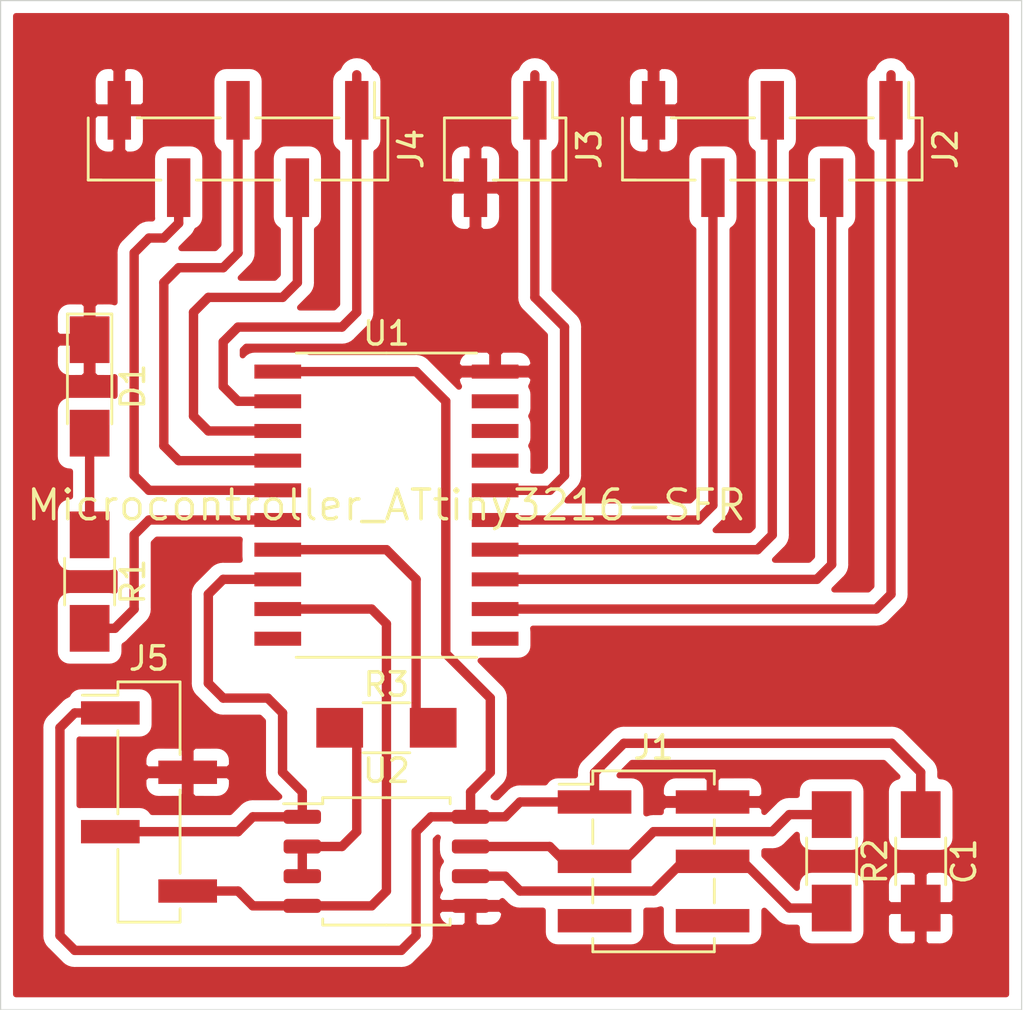
<source format=kicad_pcb>
(kicad_pcb (version 20171130) (host pcbnew 5.1.10-88a1d61d58~88~ubuntu20.04.1)

  (general
    (thickness 1.6)
    (drawings 4)
    (tracks 124)
    (zones 0)
    (modules 12)
    (nets 26)
  )

  (page A4)
  (layers
    (0 F.Cu signal)
    (31 B.Cu signal)
    (32 B.Adhes user)
    (33 F.Adhes user)
    (34 B.Paste user)
    (35 F.Paste user)
    (36 B.SilkS user)
    (37 F.SilkS user)
    (38 B.Mask user)
    (39 F.Mask user)
    (40 Dwgs.User user)
    (41 Cmts.User user)
    (42 Eco1.User user)
    (43 Eco2.User user)
    (44 Edge.Cuts user)
    (45 Margin user)
    (46 B.CrtYd user)
    (47 F.CrtYd user)
    (48 B.Fab user)
    (49 F.Fab user)
  )

  (setup
    (last_trace_width 0.25)
    (user_trace_width 0.4)
    (trace_clearance 0.2)
    (zone_clearance 0.508)
    (zone_45_only no)
    (trace_min 0.2)
    (via_size 0.8)
    (via_drill 0.4)
    (via_min_size 0.4)
    (via_min_drill 0.3)
    (uvia_size 0.3)
    (uvia_drill 0.1)
    (uvias_allowed no)
    (uvia_min_size 0.2)
    (uvia_min_drill 0.1)
    (edge_width 0.05)
    (segment_width 0.2)
    (pcb_text_width 0.3)
    (pcb_text_size 1.5 1.5)
    (mod_edge_width 0.12)
    (mod_text_size 1 1)
    (mod_text_width 0.15)
    (pad_size 1.524 1.524)
    (pad_drill 0.762)
    (pad_to_mask_clearance 0)
    (aux_axis_origin 50.8 91.44)
    (visible_elements FFFFFF7F)
    (pcbplotparams
      (layerselection 0x010fc_ffffffff)
      (usegerberextensions false)
      (usegerberattributes true)
      (usegerberadvancedattributes true)
      (creategerberjobfile true)
      (excludeedgelayer true)
      (linewidth 0.100000)
      (plotframeref false)
      (viasonmask false)
      (mode 1)
      (useauxorigin false)
      (hpglpennumber 1)
      (hpglpenspeed 20)
      (hpglpendiameter 15.000000)
      (psnegative false)
      (psa4output false)
      (plotreference true)
      (plotvalue true)
      (plotinvisibletext false)
      (padsonsilk false)
      (subtractmaskfromsilk false)
      (outputformat 1)
      (mirror false)
      (drillshape 1)
      (scaleselection 1)
      (outputdirectory ""))
  )

  (net 0 "")
  (net 1 GND)
  (net 2 VCC)
  (net 3 "Net-(J2-Pad4)")
  (net 4 "Net-(J2-Pad3)")
  (net 5 UPDI)
  (net 6 SCL)
  (net 7 SDA)
  (net 8 TX)
  (net 9 RX)
  (net 10 "Net-(D1-Pad2)")
  (net 11 DIR)
  (net 12 B)
  (net 13 A)
  (net 14 "Net-(J1-Pad6)")
  (net 15 "Net-(J1-Pad5)")
  (net 16 SEL)
  (net 17 "Net-(U1-Pad17)")
  (net 18 "Net-(J2-Pad2)")
  (net 19 "Net-(J2-Pad1)")
  (net 20 "Net-(J4-Pad4)")
  (net 21 "Net-(J4-Pad2)")
  (net 22 "Net-(J4-Pad3)")
  (net 23 "Net-(J4-Pad1)")
  (net 24 "Net-(U1-Pad19)")
  (net 25 "Net-(U1-Pad18)")

  (net_class Default "This is the default net class."
    (clearance 0.2)
    (trace_width 0.25)
    (via_dia 0.8)
    (via_drill 0.4)
    (uvia_dia 0.3)
    (uvia_drill 0.1)
    (add_net A)
    (add_net B)
    (add_net DIR)
    (add_net GND)
    (add_net "Net-(D1-Pad2)")
    (add_net "Net-(J1-Pad5)")
    (add_net "Net-(J1-Pad6)")
    (add_net "Net-(J2-Pad1)")
    (add_net "Net-(J2-Pad2)")
    (add_net "Net-(J2-Pad3)")
    (add_net "Net-(J2-Pad4)")
    (add_net "Net-(J4-Pad1)")
    (add_net "Net-(J4-Pad2)")
    (add_net "Net-(J4-Pad3)")
    (add_net "Net-(J4-Pad4)")
    (add_net "Net-(U1-Pad17)")
    (add_net "Net-(U1-Pad18)")
    (add_net "Net-(U1-Pad19)")
    (add_net RX)
    (add_net SCL)
    (add_net SDA)
    (add_net SEL)
    (add_net TX)
    (add_net UPDI)
    (add_net VCC)
  )

  (module Connector_PinHeader_2.54mm:PinHeader_1x05_P2.54mm_Vertical_SMD_Pin1Left (layer F.Cu) (tedit 59FED5CC) (tstamp 60AC4FE8)
    (at 60.96 54.61 270)
    (descr "surface-mounted straight pin header, 1x05, 2.54mm pitch, single row, style 1 (pin 1 left)")
    (tags "Surface mounted pin header SMD 1x05 2.54mm single row style1 pin1 left")
    (path /60ACB9F7)
    (attr smd)
    (fp_text reference J4 (at 0 -7.41 90) (layer F.SilkS)
      (effects (font (size 1 1) (thickness 0.15)))
    )
    (fp_text value Buttons (at 0 7.41 90) (layer F.Fab)
      (effects (font (size 1 1) (thickness 0.15)))
    )
    (fp_line (start 1.27 6.35) (end -1.27 6.35) (layer F.Fab) (width 0.1))
    (fp_line (start -0.32 -6.35) (end 1.27 -6.35) (layer F.Fab) (width 0.1))
    (fp_line (start -1.27 6.35) (end -1.27 -5.4) (layer F.Fab) (width 0.1))
    (fp_line (start -1.27 -5.4) (end -0.32 -6.35) (layer F.Fab) (width 0.1))
    (fp_line (start 1.27 -6.35) (end 1.27 6.35) (layer F.Fab) (width 0.1))
    (fp_line (start -1.27 -5.4) (end -2.54 -5.4) (layer F.Fab) (width 0.1))
    (fp_line (start -2.54 -5.4) (end -2.54 -4.76) (layer F.Fab) (width 0.1))
    (fp_line (start -2.54 -4.76) (end -1.27 -4.76) (layer F.Fab) (width 0.1))
    (fp_line (start -1.27 -0.32) (end -2.54 -0.32) (layer F.Fab) (width 0.1))
    (fp_line (start -2.54 -0.32) (end -2.54 0.32) (layer F.Fab) (width 0.1))
    (fp_line (start -2.54 0.32) (end -1.27 0.32) (layer F.Fab) (width 0.1))
    (fp_line (start -1.27 4.76) (end -2.54 4.76) (layer F.Fab) (width 0.1))
    (fp_line (start -2.54 4.76) (end -2.54 5.4) (layer F.Fab) (width 0.1))
    (fp_line (start -2.54 5.4) (end -1.27 5.4) (layer F.Fab) (width 0.1))
    (fp_line (start 1.27 -2.86) (end 2.54 -2.86) (layer F.Fab) (width 0.1))
    (fp_line (start 2.54 -2.86) (end 2.54 -2.22) (layer F.Fab) (width 0.1))
    (fp_line (start 2.54 -2.22) (end 1.27 -2.22) (layer F.Fab) (width 0.1))
    (fp_line (start 1.27 2.22) (end 2.54 2.22) (layer F.Fab) (width 0.1))
    (fp_line (start 2.54 2.22) (end 2.54 2.86) (layer F.Fab) (width 0.1))
    (fp_line (start 2.54 2.86) (end 1.27 2.86) (layer F.Fab) (width 0.1))
    (fp_line (start -1.33 -6.41) (end 1.33 -6.41) (layer F.SilkS) (width 0.12))
    (fp_line (start -1.33 6.41) (end 1.33 6.41) (layer F.SilkS) (width 0.12))
    (fp_line (start 1.33 -6.41) (end 1.33 -3.3) (layer F.SilkS) (width 0.12))
    (fp_line (start -1.33 -5.84) (end -2.85 -5.84) (layer F.SilkS) (width 0.12))
    (fp_line (start -1.33 -6.41) (end -1.33 -5.84) (layer F.SilkS) (width 0.12))
    (fp_line (start 1.33 5.84) (end 1.33 6.41) (layer F.SilkS) (width 0.12))
    (fp_line (start 1.33 -1.78) (end 1.33 1.78) (layer F.SilkS) (width 0.12))
    (fp_line (start 1.33 3.3) (end 1.33 6.41) (layer F.SilkS) (width 0.12))
    (fp_line (start -1.33 -4.32) (end -1.33 -0.76) (layer F.SilkS) (width 0.12))
    (fp_line (start -1.33 0.76) (end -1.33 4.32) (layer F.SilkS) (width 0.12))
    (fp_line (start -3.45 -6.85) (end -3.45 6.85) (layer F.CrtYd) (width 0.05))
    (fp_line (start -3.45 6.85) (end 3.45 6.85) (layer F.CrtYd) (width 0.05))
    (fp_line (start 3.45 6.85) (end 3.45 -6.85) (layer F.CrtYd) (width 0.05))
    (fp_line (start 3.45 -6.85) (end -3.45 -6.85) (layer F.CrtYd) (width 0.05))
    (fp_text user %R (at 0 0) (layer F.Fab)
      (effects (font (size 1 1) (thickness 0.15)))
    )
    (pad 4 smd rect (at 1.655 2.54 270) (size 2.51 1) (layers F.Cu F.Paste F.Mask)
      (net 20 "Net-(J4-Pad4)"))
    (pad 2 smd rect (at 1.655 -2.54 270) (size 2.51 1) (layers F.Cu F.Paste F.Mask)
      (net 21 "Net-(J4-Pad2)"))
    (pad 5 smd rect (at -1.655 5.08 270) (size 2.51 1) (layers F.Cu F.Paste F.Mask)
      (net 1 GND))
    (pad 3 smd rect (at -1.655 0 270) (size 2.51 1) (layers F.Cu F.Paste F.Mask)
      (net 22 "Net-(J4-Pad3)"))
    (pad 1 smd rect (at -1.655 -5.08 270) (size 2.51 1) (layers F.Cu F.Paste F.Mask)
      (net 23 "Net-(J4-Pad1)"))
    (model ${KISYS3DMOD}/Connector_PinHeader_2.54mm.3dshapes/PinHeader_1x05_P2.54mm_Vertical_SMD_Pin1Left.wrl
      (at (xyz 0 0 0))
      (scale (xyz 1 1 1))
      (rotate (xyz 0 0 0))
    )
  )

  (module Connector_PinHeader_2.54mm:PinHeader_1x05_P2.54mm_Vertical_SMD_Pin1Left (layer F.Cu) (tedit 59FED5CC) (tstamp 60AC4F84)
    (at 83.82 54.61 270)
    (descr "surface-mounted straight pin header, 1x05, 2.54mm pitch, single row, style 1 (pin 1 left)")
    (tags "Surface mounted pin header SMD 1x05 2.54mm single row style1 pin1 left")
    (path /60AC5B46)
    (attr smd)
    (fp_text reference J2 (at 0 -7.41 90) (layer F.SilkS)
      (effects (font (size 1 1) (thickness 0.15)))
    )
    (fp_text value LEDs (at 0 7.41 90) (layer F.Fab)
      (effects (font (size 1 1) (thickness 0.15)))
    )
    (fp_line (start 1.27 6.35) (end -1.27 6.35) (layer F.Fab) (width 0.1))
    (fp_line (start -0.32 -6.35) (end 1.27 -6.35) (layer F.Fab) (width 0.1))
    (fp_line (start -1.27 6.35) (end -1.27 -5.4) (layer F.Fab) (width 0.1))
    (fp_line (start -1.27 -5.4) (end -0.32 -6.35) (layer F.Fab) (width 0.1))
    (fp_line (start 1.27 -6.35) (end 1.27 6.35) (layer F.Fab) (width 0.1))
    (fp_line (start -1.27 -5.4) (end -2.54 -5.4) (layer F.Fab) (width 0.1))
    (fp_line (start -2.54 -5.4) (end -2.54 -4.76) (layer F.Fab) (width 0.1))
    (fp_line (start -2.54 -4.76) (end -1.27 -4.76) (layer F.Fab) (width 0.1))
    (fp_line (start -1.27 -0.32) (end -2.54 -0.32) (layer F.Fab) (width 0.1))
    (fp_line (start -2.54 -0.32) (end -2.54 0.32) (layer F.Fab) (width 0.1))
    (fp_line (start -2.54 0.32) (end -1.27 0.32) (layer F.Fab) (width 0.1))
    (fp_line (start -1.27 4.76) (end -2.54 4.76) (layer F.Fab) (width 0.1))
    (fp_line (start -2.54 4.76) (end -2.54 5.4) (layer F.Fab) (width 0.1))
    (fp_line (start -2.54 5.4) (end -1.27 5.4) (layer F.Fab) (width 0.1))
    (fp_line (start 1.27 -2.86) (end 2.54 -2.86) (layer F.Fab) (width 0.1))
    (fp_line (start 2.54 -2.86) (end 2.54 -2.22) (layer F.Fab) (width 0.1))
    (fp_line (start 2.54 -2.22) (end 1.27 -2.22) (layer F.Fab) (width 0.1))
    (fp_line (start 1.27 2.22) (end 2.54 2.22) (layer F.Fab) (width 0.1))
    (fp_line (start 2.54 2.22) (end 2.54 2.86) (layer F.Fab) (width 0.1))
    (fp_line (start 2.54 2.86) (end 1.27 2.86) (layer F.Fab) (width 0.1))
    (fp_line (start -1.33 -6.41) (end 1.33 -6.41) (layer F.SilkS) (width 0.12))
    (fp_line (start -1.33 6.41) (end 1.33 6.41) (layer F.SilkS) (width 0.12))
    (fp_line (start 1.33 -6.41) (end 1.33 -3.3) (layer F.SilkS) (width 0.12))
    (fp_line (start -1.33 -5.84) (end -2.85 -5.84) (layer F.SilkS) (width 0.12))
    (fp_line (start -1.33 -6.41) (end -1.33 -5.84) (layer F.SilkS) (width 0.12))
    (fp_line (start 1.33 5.84) (end 1.33 6.41) (layer F.SilkS) (width 0.12))
    (fp_line (start 1.33 -1.78) (end 1.33 1.78) (layer F.SilkS) (width 0.12))
    (fp_line (start 1.33 3.3) (end 1.33 6.41) (layer F.SilkS) (width 0.12))
    (fp_line (start -1.33 -4.32) (end -1.33 -0.76) (layer F.SilkS) (width 0.12))
    (fp_line (start -1.33 0.76) (end -1.33 4.32) (layer F.SilkS) (width 0.12))
    (fp_line (start -3.45 -6.85) (end -3.45 6.85) (layer F.CrtYd) (width 0.05))
    (fp_line (start -3.45 6.85) (end 3.45 6.85) (layer F.CrtYd) (width 0.05))
    (fp_line (start 3.45 6.85) (end 3.45 -6.85) (layer F.CrtYd) (width 0.05))
    (fp_line (start 3.45 -6.85) (end -3.45 -6.85) (layer F.CrtYd) (width 0.05))
    (fp_text user %R (at 0 0) (layer F.Fab)
      (effects (font (size 1 1) (thickness 0.15)))
    )
    (pad 4 smd rect (at 1.655 2.54 270) (size 2.51 1) (layers F.Cu F.Paste F.Mask)
      (net 3 "Net-(J2-Pad4)"))
    (pad 2 smd rect (at 1.655 -2.54 270) (size 2.51 1) (layers F.Cu F.Paste F.Mask)
      (net 18 "Net-(J2-Pad2)"))
    (pad 5 smd rect (at -1.655 5.08 270) (size 2.51 1) (layers F.Cu F.Paste F.Mask)
      (net 1 GND))
    (pad 3 smd rect (at -1.655 0 270) (size 2.51 1) (layers F.Cu F.Paste F.Mask)
      (net 4 "Net-(J2-Pad3)"))
    (pad 1 smd rect (at -1.655 -5.08 270) (size 2.51 1) (layers F.Cu F.Paste F.Mask)
      (net 19 "Net-(J2-Pad1)"))
    (model ${KISYS3DMOD}/Connector_PinHeader_2.54mm.3dshapes/PinHeader_1x05_P2.54mm_Vertical_SMD_Pin1Left.wrl
      (at (xyz 0 0 0))
      (scale (xyz 1 1 1))
      (rotate (xyz 0 0 0))
    )
  )

  (module Connector_PinHeader_2.54mm:PinHeader_2x03_P2.54mm_Vertical_SMD (layer F.Cu) (tedit 59FED5CC) (tstamp 60AC39F7)
    (at 78.74 85.09)
    (descr "surface-mounted straight pin header, 2x03, 2.54mm pitch, double rows")
    (tags "Surface mounted pin header SMD 2x03 2.54mm double row")
    (path /60ADCA83)
    (attr smd)
    (fp_text reference J1 (at 0 -4.87) (layer F.SilkS)
      (effects (font (size 1 1) (thickness 0.15)))
    )
    (fp_text value RS485 (at 0 4.87) (layer F.Fab)
      (effects (font (size 1 1) (thickness 0.15)))
    )
    (fp_line (start 2.54 3.81) (end -2.54 3.81) (layer F.Fab) (width 0.1))
    (fp_line (start -1.59 -3.81) (end 2.54 -3.81) (layer F.Fab) (width 0.1))
    (fp_line (start -2.54 3.81) (end -2.54 -2.86) (layer F.Fab) (width 0.1))
    (fp_line (start -2.54 -2.86) (end -1.59 -3.81) (layer F.Fab) (width 0.1))
    (fp_line (start 2.54 -3.81) (end 2.54 3.81) (layer F.Fab) (width 0.1))
    (fp_line (start -2.54 -2.86) (end -3.6 -2.86) (layer F.Fab) (width 0.1))
    (fp_line (start -3.6 -2.86) (end -3.6 -2.22) (layer F.Fab) (width 0.1))
    (fp_line (start -3.6 -2.22) (end -2.54 -2.22) (layer F.Fab) (width 0.1))
    (fp_line (start 2.54 -2.86) (end 3.6 -2.86) (layer F.Fab) (width 0.1))
    (fp_line (start 3.6 -2.86) (end 3.6 -2.22) (layer F.Fab) (width 0.1))
    (fp_line (start 3.6 -2.22) (end 2.54 -2.22) (layer F.Fab) (width 0.1))
    (fp_line (start -2.54 -0.32) (end -3.6 -0.32) (layer F.Fab) (width 0.1))
    (fp_line (start -3.6 -0.32) (end -3.6 0.32) (layer F.Fab) (width 0.1))
    (fp_line (start -3.6 0.32) (end -2.54 0.32) (layer F.Fab) (width 0.1))
    (fp_line (start 2.54 -0.32) (end 3.6 -0.32) (layer F.Fab) (width 0.1))
    (fp_line (start 3.6 -0.32) (end 3.6 0.32) (layer F.Fab) (width 0.1))
    (fp_line (start 3.6 0.32) (end 2.54 0.32) (layer F.Fab) (width 0.1))
    (fp_line (start -2.54 2.22) (end -3.6 2.22) (layer F.Fab) (width 0.1))
    (fp_line (start -3.6 2.22) (end -3.6 2.86) (layer F.Fab) (width 0.1))
    (fp_line (start -3.6 2.86) (end -2.54 2.86) (layer F.Fab) (width 0.1))
    (fp_line (start 2.54 2.22) (end 3.6 2.22) (layer F.Fab) (width 0.1))
    (fp_line (start 3.6 2.22) (end 3.6 2.86) (layer F.Fab) (width 0.1))
    (fp_line (start 3.6 2.86) (end 2.54 2.86) (layer F.Fab) (width 0.1))
    (fp_line (start -2.6 -3.87) (end 2.6 -3.87) (layer F.SilkS) (width 0.12))
    (fp_line (start -2.6 3.87) (end 2.6 3.87) (layer F.SilkS) (width 0.12))
    (fp_line (start -4.04 -3.3) (end -2.6 -3.3) (layer F.SilkS) (width 0.12))
    (fp_line (start -2.6 -3.87) (end -2.6 -3.3) (layer F.SilkS) (width 0.12))
    (fp_line (start 2.6 -3.87) (end 2.6 -3.3) (layer F.SilkS) (width 0.12))
    (fp_line (start -2.6 3.3) (end -2.6 3.87) (layer F.SilkS) (width 0.12))
    (fp_line (start 2.6 3.3) (end 2.6 3.87) (layer F.SilkS) (width 0.12))
    (fp_line (start -2.6 -1.78) (end -2.6 -0.76) (layer F.SilkS) (width 0.12))
    (fp_line (start 2.6 -1.78) (end 2.6 -0.76) (layer F.SilkS) (width 0.12))
    (fp_line (start -2.6 0.76) (end -2.6 1.78) (layer F.SilkS) (width 0.12))
    (fp_line (start 2.6 0.76) (end 2.6 1.78) (layer F.SilkS) (width 0.12))
    (fp_line (start -5.9 -4.35) (end -5.9 4.35) (layer F.CrtYd) (width 0.05))
    (fp_line (start -5.9 4.35) (end 5.9 4.35) (layer F.CrtYd) (width 0.05))
    (fp_line (start 5.9 4.35) (end 5.9 -4.35) (layer F.CrtYd) (width 0.05))
    (fp_line (start 5.9 -4.35) (end -5.9 -4.35) (layer F.CrtYd) (width 0.05))
    (fp_text user %R (at 0 0 90) (layer F.Fab)
      (effects (font (size 1 1) (thickness 0.15)))
    )
    (pad 6 smd rect (at 2.525 2.54) (size 3.15 1) (layers F.Cu F.Paste F.Mask)
      (net 14 "Net-(J1-Pad6)"))
    (pad 5 smd rect (at -2.525 2.54) (size 3.15 1) (layers F.Cu F.Paste F.Mask)
      (net 15 "Net-(J1-Pad5)"))
    (pad 4 smd rect (at 2.525 0) (size 3.15 1) (layers F.Cu F.Paste F.Mask)
      (net 12 B))
    (pad 3 smd rect (at -2.525 0) (size 3.15 1) (layers F.Cu F.Paste F.Mask)
      (net 13 A))
    (pad 2 smd rect (at 2.525 -2.54) (size 3.15 1) (layers F.Cu F.Paste F.Mask)
      (net 1 GND))
    (pad 1 smd rect (at -2.525 -2.54) (size 3.15 1) (layers F.Cu F.Paste F.Mask)
      (net 2 VCC))
    (model ${KISYS3DMOD}/Connector_PinHeader_2.54mm.3dshapes/PinHeader_2x03_P2.54mm_Vertical_SMD.wrl
      (at (xyz 0 0 0))
      (scale (xyz 1 1 1))
      (rotate (xyz 0 0 0))
    )
  )

  (module FabAcademy:R_1206 (layer F.Cu) (tedit 60020482) (tstamp 60AC60C0)
    (at 67.31 79.375)
    (descr "Resistor SMD 1206, hand soldering")
    (tags "resistor 1206")
    (path /60BA5B07)
    (attr smd)
    (fp_text reference R3 (at 0 -1.85) (layer F.SilkS)
      (effects (font (size 1 1) (thickness 0.15)))
    )
    (fp_text value 0 (at 0 1.9) (layer F.Fab)
      (effects (font (size 1 1) (thickness 0.15)))
    )
    (fp_line (start -1.6 0.8) (end -1.6 -0.8) (layer F.Fab) (width 0.1))
    (fp_line (start 1.6 0.8) (end -1.6 0.8) (layer F.Fab) (width 0.1))
    (fp_line (start 1.6 -0.8) (end 1.6 0.8) (layer F.Fab) (width 0.1))
    (fp_line (start -1.6 -0.8) (end 1.6 -0.8) (layer F.Fab) (width 0.1))
    (fp_line (start 1 1.07) (end -1 1.07) (layer F.SilkS) (width 0.12))
    (fp_line (start -1 -1.07) (end 1 -1.07) (layer F.SilkS) (width 0.12))
    (fp_line (start -3.25 -1.11) (end 3.25 -1.11) (layer F.CrtYd) (width 0.05))
    (fp_line (start -3.25 -1.11) (end -3.25 1.1) (layer F.CrtYd) (width 0.05))
    (fp_line (start 3.25 1.1) (end 3.25 -1.11) (layer F.CrtYd) (width 0.05))
    (fp_line (start 3.25 1.1) (end -3.25 1.1) (layer F.CrtYd) (width 0.05))
    (fp_text user %R (at 0 0) (layer F.Fab)
      (effects (font (size 0.7 0.7) (thickness 0.105)))
    )
    (pad 1 smd rect (at -2 0) (size 2 1.7) (layers F.Cu F.Paste F.Mask)
      (net 11 DIR))
    (pad 2 smd rect (at 2 0) (size 2 1.7) (layers F.Cu F.Paste F.Mask)
      (net 11 DIR))
    (model ${FAB}/fab.3dshapes/R_1206.step
      (at (xyz 0 0 0))
      (scale (xyz 1 1 1))
      (rotate (xyz 0 0 0))
    )
  )

  (module FabAcademy:C_1206 (layer F.Cu) (tedit 6002C54C) (tstamp 60AC6BCB)
    (at 90.17 85.09 270)
    (descr "Capacitor SMD 1206, hand soldering")
    (tags "capacitor 1206")
    (path /60BBDFE3)
    (attr smd)
    (fp_text reference C1 (at 0 -1.85 90) (layer F.SilkS)
      (effects (font (size 1 1) (thickness 0.15)))
    )
    (fp_text value 1uF (at 0 1.9 90) (layer F.Fab)
      (effects (font (size 1 1) (thickness 0.15)))
    )
    (fp_line (start 3.25 1.1) (end -3.25 1.1) (layer F.CrtYd) (width 0.05))
    (fp_line (start 3.25 1.1) (end 3.25 -1.11) (layer F.CrtYd) (width 0.05))
    (fp_line (start -3.25 -1.11) (end -3.25 1.1) (layer F.CrtYd) (width 0.05))
    (fp_line (start -3.25 -1.11) (end 3.25 -1.11) (layer F.CrtYd) (width 0.05))
    (fp_line (start -1 -1.07) (end 1 -1.07) (layer F.SilkS) (width 0.12))
    (fp_line (start 1 1.07) (end -1 1.07) (layer F.SilkS) (width 0.12))
    (fp_line (start -1.6 -0.8) (end 1.6 -0.8) (layer F.Fab) (width 0.1))
    (fp_line (start 1.6 -0.8) (end 1.6 0.8) (layer F.Fab) (width 0.1))
    (fp_line (start 1.6 0.8) (end -1.6 0.8) (layer F.Fab) (width 0.1))
    (fp_line (start -1.6 0.8) (end -1.6 -0.8) (layer F.Fab) (width 0.1))
    (fp_text user %R (at 0 0 90) (layer F.Fab)
      (effects (font (size 0.7 0.7) (thickness 0.105)))
    )
    (pad 1 smd rect (at -2 0 270) (size 2 1.7) (layers F.Cu F.Paste F.Mask)
      (net 2 VCC))
    (pad 2 smd rect (at 2 0 270) (size 2 1.7) (layers F.Cu F.Paste F.Mask)
      (net 1 GND))
    (model ${FAB}/fab.3dshapes/C_1206.step
      (at (xyz 0 0 0))
      (scale (xyz 1 1 1))
      (rotate (xyz 0 0 0))
    )
  )

  (module Connector_PinHeader_2.54mm:PinHeader_1x02_P2.54mm_Vertical_SMD_Pin1Left (layer F.Cu) (tedit 59FED5CC) (tstamp 60AC8AD8)
    (at 72.39 54.61 270)
    (descr "surface-mounted straight pin header, 1x02, 2.54mm pitch, single row, style 1 (pin 1 left)")
    (tags "Surface mounted pin header SMD 1x02 2.54mm single row style1 pin1 left")
    (path /60AD7B24)
    (attr smd)
    (fp_text reference J3 (at 0 -3.6 90) (layer F.SilkS)
      (effects (font (size 1 1) (thickness 0.15)))
    )
    (fp_text value UPDI (at 0 3.6 90) (layer F.Fab)
      (effects (font (size 1 1) (thickness 0.15)))
    )
    (fp_line (start 3.45 -3.05) (end -3.45 -3.05) (layer F.CrtYd) (width 0.05))
    (fp_line (start 3.45 3.05) (end 3.45 -3.05) (layer F.CrtYd) (width 0.05))
    (fp_line (start -3.45 3.05) (end 3.45 3.05) (layer F.CrtYd) (width 0.05))
    (fp_line (start -3.45 -3.05) (end -3.45 3.05) (layer F.CrtYd) (width 0.05))
    (fp_line (start -1.33 -0.51) (end -1.33 2.6) (layer F.SilkS) (width 0.12))
    (fp_line (start 1.33 2.03) (end 1.33 2.6) (layer F.SilkS) (width 0.12))
    (fp_line (start -1.33 -2.6) (end -1.33 -2.03) (layer F.SilkS) (width 0.12))
    (fp_line (start -1.33 -2.03) (end -2.85 -2.03) (layer F.SilkS) (width 0.12))
    (fp_line (start 1.33 -2.6) (end 1.33 0.51) (layer F.SilkS) (width 0.12))
    (fp_line (start -1.33 2.6) (end 1.33 2.6) (layer F.SilkS) (width 0.12))
    (fp_line (start -1.33 -2.6) (end 1.33 -2.6) (layer F.SilkS) (width 0.12))
    (fp_line (start 2.54 1.59) (end 1.27 1.59) (layer F.Fab) (width 0.1))
    (fp_line (start 2.54 0.95) (end 2.54 1.59) (layer F.Fab) (width 0.1))
    (fp_line (start 1.27 0.95) (end 2.54 0.95) (layer F.Fab) (width 0.1))
    (fp_line (start -2.54 -0.95) (end -1.27 -0.95) (layer F.Fab) (width 0.1))
    (fp_line (start -2.54 -1.59) (end -2.54 -0.95) (layer F.Fab) (width 0.1))
    (fp_line (start -1.27 -1.59) (end -2.54 -1.59) (layer F.Fab) (width 0.1))
    (fp_line (start 1.27 -2.54) (end 1.27 2.54) (layer F.Fab) (width 0.1))
    (fp_line (start -1.27 -1.59) (end -0.32 -2.54) (layer F.Fab) (width 0.1))
    (fp_line (start -1.27 2.54) (end -1.27 -1.59) (layer F.Fab) (width 0.1))
    (fp_line (start -0.32 -2.54) (end 1.27 -2.54) (layer F.Fab) (width 0.1))
    (fp_line (start 1.27 2.54) (end -1.27 2.54) (layer F.Fab) (width 0.1))
    (fp_text user %R (at 0 0) (layer F.Fab)
      (effects (font (size 1 1) (thickness 0.15)))
    )
    (pad 2 smd rect (at 1.655 1.27 270) (size 2.51 1) (layers F.Cu F.Paste F.Mask)
      (net 1 GND))
    (pad 1 smd rect (at -1.655 -1.27 270) (size 2.51 1) (layers F.Cu F.Paste F.Mask)
      (net 5 UPDI))
    (model ${KISYS3DMOD}/Connector_PinHeader_2.54mm.3dshapes/PinHeader_1x02_P2.54mm_Vertical_SMD_Pin1Left.wrl
      (at (xyz 0 0 0))
      (scale (xyz 1 1 1))
      (rotate (xyz 0 0 0))
    )
  )

  (module FabAcademy:SOIC-20_7.5x12.8mm_P1.27mm (layer F.Cu) (tedit 600301A3) (tstamp 60AC7027)
    (at 67.31 69.85)
    (descr "SOIC, 20 Pin, fab version")
    (tags "SOIC fab")
    (path /60A971BB)
    (attr smd)
    (fp_text reference U1 (at 0 -7.35) (layer F.SilkS)
      (effects (font (size 1 1) (thickness 0.15)))
    )
    (fp_text value Microcontroller_ATtiny3216-SFR (at 0 0) (layer F.SilkS)
      (effects (font (size 1.27 1.27) (thickness 0.15)))
    )
    (fp_line (start -5.95 6.75) (end -5.95 -6.75) (layer B.CrtYd) (width 0.05))
    (fp_line (start 6 6.75) (end -5.95 6.75) (layer B.CrtYd) (width 0.05))
    (fp_line (start 6 -6.75) (end 6 6.75) (layer B.CrtYd) (width 0.05))
    (fp_line (start -5.95 -6.75) (end 6 -6.75) (layer B.CrtYd) (width 0.05))
    (fp_line (start 0 6.51) (end 3.86 6.51) (layer F.SilkS) (width 0.12))
    (fp_line (start 0 6.51) (end -3.86 6.51) (layer F.SilkS) (width 0.12))
    (fp_line (start 0 -6.51) (end 3.86 -6.51) (layer F.SilkS) (width 0.12))
    (fp_line (start 0 -6.51) (end -3.86 -6.51) (layer F.SilkS) (width 0.12))
    (fp_line (start -2.75 -6.4) (end 3.75 -6.4) (layer F.Fab) (width 0.1))
    (fp_line (start 3.75 -6.4) (end 3.75 6.4) (layer F.Fab) (width 0.1))
    (fp_line (start 3.75 6.4) (end -3.75 6.4) (layer F.Fab) (width 0.1))
    (fp_line (start -3.75 6.4) (end -3.75 -5.4) (layer F.Fab) (width 0.1))
    (fp_line (start -3.75 -5.4) (end -2.75 -6.4) (layer F.Fab) (width 0.1))
    (fp_text user %R (at 0 0) (layer B.CrtYd)
      (effects (font (size 1 1) (thickness 0.15)))
    )
    (pad 20 smd rect (at 4.65 -5.715) (size 2 0.6) (layers F.Cu F.Paste F.Mask)
      (net 1 GND))
    (pad 19 smd rect (at 4.65 -4.445) (size 2 0.6) (layers F.Cu F.Paste F.Mask)
      (net 24 "Net-(U1-Pad19)"))
    (pad 18 smd rect (at 4.65 -3.175) (size 2 0.6) (layers F.Cu F.Paste F.Mask)
      (net 25 "Net-(U1-Pad18)"))
    (pad 17 smd rect (at 4.65 -1.905) (size 2 0.6) (layers F.Cu F.Paste F.Mask)
      (net 17 "Net-(U1-Pad17)"))
    (pad 16 smd rect (at 4.65 -0.635) (size 2 0.6) (layers F.Cu F.Paste F.Mask)
      (net 5 UPDI))
    (pad 15 smd rect (at 4.65 0.635) (size 2 0.6) (layers F.Cu F.Paste F.Mask)
      (net 3 "Net-(J2-Pad4)"))
    (pad 14 smd rect (at 4.65 1.905) (size 2 0.6) (layers F.Cu F.Paste F.Mask)
      (net 4 "Net-(J2-Pad3)"))
    (pad 13 smd rect (at 4.65 3.175) (size 2 0.6) (layers F.Cu F.Paste F.Mask)
      (net 18 "Net-(J2-Pad2)"))
    (pad 12 smd rect (at 4.65 4.445) (size 2 0.6) (layers F.Cu F.Paste F.Mask)
      (net 19 "Net-(J2-Pad1)"))
    (pad 11 smd rect (at 4.65 5.715) (size 2 0.6) (layers F.Cu F.Paste F.Mask)
      (net 6 SCL))
    (pad 10 smd rect (at -4.65 5.715) (size 2 0.6) (layers F.Cu F.Paste F.Mask)
      (net 7 SDA))
    (pad 9 smd rect (at -4.65 4.445) (size 2 0.6) (layers F.Cu F.Paste F.Mask)
      (net 8 TX))
    (pad 8 smd rect (at -4.65 3.175) (size 2 0.6) (layers F.Cu F.Paste F.Mask)
      (net 9 RX))
    (pad 7 smd rect (at -4.65 1.905) (size 2 0.6) (layers F.Cu F.Paste F.Mask)
      (net 11 DIR))
    (pad 6 smd rect (at -4.65 0.635) (size 2 0.6) (layers F.Cu F.Paste F.Mask)
      (net 16 SEL))
    (pad 5 smd rect (at -4.65 -0.635) (size 2 0.6) (layers F.Cu F.Paste F.Mask)
      (net 20 "Net-(J4-Pad4)"))
    (pad 4 smd rect (at -4.65 -1.905) (size 2 0.6) (layers F.Cu F.Paste F.Mask)
      (net 22 "Net-(J4-Pad3)"))
    (pad 3 smd rect (at -4.65 -3.175) (size 2 0.6) (layers F.Cu F.Paste F.Mask)
      (net 21 "Net-(J4-Pad2)"))
    (pad 2 smd rect (at -4.65 -4.445) (size 2 0.6) (layers F.Cu F.Paste F.Mask)
      (net 23 "Net-(J4-Pad1)"))
    (pad 1 smd rect (at -4.65 -5.715) (size 2 0.6) (layers F.Cu F.Paste F.Mask)
      (net 2 VCC))
    (model ${FAB}/fab.3dshapes/SOIC-20_7.5x12.8mm_P1.27mm.step
      (at (xyz 0 0 0))
      (scale (xyz 1 1 1))
      (rotate (xyz 0 0 0))
    )
  )

  (module FabAcademy:R_1206 (layer F.Cu) (tedit 60020482) (tstamp 60AC6C97)
    (at 86.36 85.09 270)
    (descr "Resistor SMD 1206, hand soldering")
    (tags "resistor 1206")
    (path /60B8E29B)
    (attr smd)
    (fp_text reference R2 (at 0 -1.85 90) (layer F.SilkS)
      (effects (font (size 1 1) (thickness 0.15)))
    )
    (fp_text value 120 (at 0 1.9 90) (layer F.Fab)
      (effects (font (size 1 1) (thickness 0.15)))
    )
    (fp_line (start 3.25 1.1) (end -3.25 1.1) (layer F.CrtYd) (width 0.05))
    (fp_line (start 3.25 1.1) (end 3.25 -1.11) (layer F.CrtYd) (width 0.05))
    (fp_line (start -3.25 -1.11) (end -3.25 1.1) (layer F.CrtYd) (width 0.05))
    (fp_line (start -3.25 -1.11) (end 3.25 -1.11) (layer F.CrtYd) (width 0.05))
    (fp_line (start -1 -1.07) (end 1 -1.07) (layer F.SilkS) (width 0.12))
    (fp_line (start 1 1.07) (end -1 1.07) (layer F.SilkS) (width 0.12))
    (fp_line (start -1.6 -0.8) (end 1.6 -0.8) (layer F.Fab) (width 0.1))
    (fp_line (start 1.6 -0.8) (end 1.6 0.8) (layer F.Fab) (width 0.1))
    (fp_line (start 1.6 0.8) (end -1.6 0.8) (layer F.Fab) (width 0.1))
    (fp_line (start -1.6 0.8) (end -1.6 -0.8) (layer F.Fab) (width 0.1))
    (fp_text user %R (at 0 0 90) (layer F.Fab)
      (effects (font (size 0.7 0.7) (thickness 0.105)))
    )
    (pad 1 smd rect (at -2 0 270) (size 2 1.7) (layers F.Cu F.Paste F.Mask)
      (net 13 A))
    (pad 2 smd rect (at 2 0 270) (size 2 1.7) (layers F.Cu F.Paste F.Mask)
      (net 12 B))
    (model ${FAB}/fab.3dshapes/R_1206.step
      (at (xyz 0 0 0))
      (scale (xyz 1 1 1))
      (rotate (xyz 0 0 0))
    )
  )

  (module Package_SO:SOIC-8_5.23x5.23mm_P1.27mm (layer F.Cu) (tedit 5D9F72B1) (tstamp 60AC6F60)
    (at 67.31 85.09)
    (descr "SOIC, 8 Pin (http://www.winbond.com/resource-files/w25q32jv%20revg%2003272018%20plus.pdf#page=68), generated with kicad-footprint-generator ipc_gullwing_generator.py")
    (tags "SOIC SO")
    (path /60ABB043)
    (attr smd)
    (fp_text reference U2 (at 0 -3.88) (layer F.SilkS)
      (effects (font (size 1 1) (thickness 0.15)))
    )
    (fp_text value MAX485E (at 0 3.81) (layer F.Fab)
      (effects (font (size 1 1) (thickness 0.15)))
    )
    (fp_line (start 4.65 -2.86) (end -4.65 -2.86) (layer F.CrtYd) (width 0.05))
    (fp_line (start 4.65 2.86) (end 4.65 -2.86) (layer F.CrtYd) (width 0.05))
    (fp_line (start -4.65 2.86) (end 4.65 2.86) (layer F.CrtYd) (width 0.05))
    (fp_line (start -4.65 -2.86) (end -4.65 2.86) (layer F.CrtYd) (width 0.05))
    (fp_line (start -2.615 -1.615) (end -1.615 -2.615) (layer F.Fab) (width 0.1))
    (fp_line (start -2.615 2.615) (end -2.615 -1.615) (layer F.Fab) (width 0.1))
    (fp_line (start 2.615 2.615) (end -2.615 2.615) (layer F.Fab) (width 0.1))
    (fp_line (start 2.615 -2.615) (end 2.615 2.615) (layer F.Fab) (width 0.1))
    (fp_line (start -1.615 -2.615) (end 2.615 -2.615) (layer F.Fab) (width 0.1))
    (fp_line (start -2.725 -2.465) (end -4.4 -2.465) (layer F.SilkS) (width 0.12))
    (fp_line (start -2.725 -2.725) (end -2.725 -2.465) (layer F.SilkS) (width 0.12))
    (fp_line (start 0 -2.725) (end -2.725 -2.725) (layer F.SilkS) (width 0.12))
    (fp_line (start 2.725 -2.725) (end 2.725 -2.465) (layer F.SilkS) (width 0.12))
    (fp_line (start 0 -2.725) (end 2.725 -2.725) (layer F.SilkS) (width 0.12))
    (fp_line (start -2.725 2.725) (end -2.725 2.465) (layer F.SilkS) (width 0.12))
    (fp_line (start 0 2.725) (end -2.725 2.725) (layer F.SilkS) (width 0.12))
    (fp_line (start 2.725 2.725) (end 2.725 2.465) (layer F.SilkS) (width 0.12))
    (fp_line (start 0 2.725) (end 2.725 2.725) (layer F.SilkS) (width 0.12))
    (fp_text user %R (at 0 0) (layer F.Fab)
      (effects (font (size 1 1) (thickness 0.15)))
    )
    (pad 8 smd roundrect (at 3.6 -1.905) (size 1.6 0.6) (layers F.Cu F.Paste F.Mask) (roundrect_rratio 0.25)
      (net 2 VCC))
    (pad 7 smd roundrect (at 3.6 -0.635) (size 1.6 0.6) (layers F.Cu F.Paste F.Mask) (roundrect_rratio 0.25)
      (net 13 A))
    (pad 6 smd roundrect (at 3.6 0.635) (size 1.6 0.6) (layers F.Cu F.Paste F.Mask) (roundrect_rratio 0.25)
      (net 12 B))
    (pad 5 smd roundrect (at 3.6 1.905) (size 1.6 0.6) (layers F.Cu F.Paste F.Mask) (roundrect_rratio 0.25)
      (net 1 GND))
    (pad 4 smd roundrect (at -3.6 1.905) (size 1.6 0.6) (layers F.Cu F.Paste F.Mask) (roundrect_rratio 0.25)
      (net 8 TX))
    (pad 3 smd roundrect (at -3.6 0.635) (size 1.6 0.6) (layers F.Cu F.Paste F.Mask) (roundrect_rratio 0.25)
      (net 11 DIR))
    (pad 2 smd roundrect (at -3.6 -0.635) (size 1.6 0.6) (layers F.Cu F.Paste F.Mask) (roundrect_rratio 0.25)
      (net 11 DIR))
    (pad 1 smd roundrect (at -3.6 -1.905) (size 1.6 0.6) (layers F.Cu F.Paste F.Mask) (roundrect_rratio 0.25)
      (net 9 RX))
    (model ${KISYS3DMOD}/Package_SO.3dshapes/SOIC-8_5.23x5.23mm_P1.27mm.wrl
      (at (xyz 0 0 0))
      (scale (xyz 1 1 1))
      (rotate (xyz 0 0 0))
    )
  )

  (module Connector_PinHeader_2.54mm:PinHeader_1x04_P2.54mm_Vertical_SMD_Pin1Left (layer F.Cu) (tedit 59FED5CC) (tstamp 60AC7F31)
    (at 57.15 82.55)
    (descr "surface-mounted straight pin header, 1x04, 2.54mm pitch, single row, style 1 (pin 1 left)")
    (tags "Surface mounted pin header SMD 1x04 2.54mm single row style1 pin1 left")
    (path /60AE2610)
    (attr smd)
    (fp_text reference J5 (at 0 -6.14) (layer F.SilkS)
      (effects (font (size 1 1) (thickness 0.15)))
    )
    (fp_text value Serial (at 0 6.14) (layer F.Fab)
      (effects (font (size 1 1) (thickness 0.15)))
    )
    (fp_line (start 1.27 5.08) (end -1.27 5.08) (layer F.Fab) (width 0.1))
    (fp_line (start -0.32 -5.08) (end 1.27 -5.08) (layer F.Fab) (width 0.1))
    (fp_line (start -1.27 5.08) (end -1.27 -4.13) (layer F.Fab) (width 0.1))
    (fp_line (start -1.27 -4.13) (end -0.32 -5.08) (layer F.Fab) (width 0.1))
    (fp_line (start 1.27 -5.08) (end 1.27 5.08) (layer F.Fab) (width 0.1))
    (fp_line (start -1.27 -4.13) (end -2.54 -4.13) (layer F.Fab) (width 0.1))
    (fp_line (start -2.54 -4.13) (end -2.54 -3.49) (layer F.Fab) (width 0.1))
    (fp_line (start -2.54 -3.49) (end -1.27 -3.49) (layer F.Fab) (width 0.1))
    (fp_line (start -1.27 0.95) (end -2.54 0.95) (layer F.Fab) (width 0.1))
    (fp_line (start -2.54 0.95) (end -2.54 1.59) (layer F.Fab) (width 0.1))
    (fp_line (start -2.54 1.59) (end -1.27 1.59) (layer F.Fab) (width 0.1))
    (fp_line (start 1.27 -1.59) (end 2.54 -1.59) (layer F.Fab) (width 0.1))
    (fp_line (start 2.54 -1.59) (end 2.54 -0.95) (layer F.Fab) (width 0.1))
    (fp_line (start 2.54 -0.95) (end 1.27 -0.95) (layer F.Fab) (width 0.1))
    (fp_line (start 1.27 3.49) (end 2.54 3.49) (layer F.Fab) (width 0.1))
    (fp_line (start 2.54 3.49) (end 2.54 4.13) (layer F.Fab) (width 0.1))
    (fp_line (start 2.54 4.13) (end 1.27 4.13) (layer F.Fab) (width 0.1))
    (fp_line (start -1.33 -5.14) (end 1.33 -5.14) (layer F.SilkS) (width 0.12))
    (fp_line (start -1.33 5.14) (end 1.33 5.14) (layer F.SilkS) (width 0.12))
    (fp_line (start 1.33 -5.14) (end 1.33 -2.03) (layer F.SilkS) (width 0.12))
    (fp_line (start -1.33 -4.57) (end -2.85 -4.57) (layer F.SilkS) (width 0.12))
    (fp_line (start -1.33 -5.14) (end -1.33 -4.57) (layer F.SilkS) (width 0.12))
    (fp_line (start 1.33 4.57) (end 1.33 5.14) (layer F.SilkS) (width 0.12))
    (fp_line (start 1.33 -0.51) (end 1.33 3.05) (layer F.SilkS) (width 0.12))
    (fp_line (start -1.33 -3.05) (end -1.33 0.51) (layer F.SilkS) (width 0.12))
    (fp_line (start -1.33 2.03) (end -1.33 5.14) (layer F.SilkS) (width 0.12))
    (fp_line (start -3.45 -5.6) (end -3.45 5.6) (layer F.CrtYd) (width 0.05))
    (fp_line (start -3.45 5.6) (end 3.45 5.6) (layer F.CrtYd) (width 0.05))
    (fp_line (start 3.45 5.6) (end 3.45 -5.6) (layer F.CrtYd) (width 0.05))
    (fp_line (start 3.45 -5.6) (end -3.45 -5.6) (layer F.CrtYd) (width 0.05))
    (fp_text user %R (at 0 0 90) (layer F.Fab)
      (effects (font (size 1 1) (thickness 0.15)))
    )
    (pad 4 smd rect (at 1.655 3.81) (size 2.51 1) (layers F.Cu F.Paste F.Mask)
      (net 8 TX))
    (pad 2 smd rect (at 1.655 -1.27) (size 2.51 1) (layers F.Cu F.Paste F.Mask)
      (net 1 GND))
    (pad 3 smd rect (at -1.655 1.27) (size 2.51 1) (layers F.Cu F.Paste F.Mask)
      (net 9 RX))
    (pad 1 smd rect (at -1.655 -3.81) (size 2.51 1) (layers F.Cu F.Paste F.Mask)
      (net 2 VCC))
    (model ${KISYS3DMOD}/Connector_PinHeader_2.54mm.3dshapes/PinHeader_1x04_P2.54mm_Vertical_SMD_Pin1Left.wrl
      (at (xyz 0 0 0))
      (scale (xyz 1 1 1))
      (rotate (xyz 0 0 0))
    )
  )

  (module FabAcademy:R_1206 (layer F.Cu) (tedit 60020482) (tstamp 60AC6CCA)
    (at 54.61 73.12 270)
    (descr "Resistor SMD 1206, hand soldering")
    (tags "resistor 1206")
    (path /60B1A060)
    (attr smd)
    (fp_text reference R1 (at 0 -1.85 90) (layer F.SilkS)
      (effects (font (size 1 1) (thickness 0.15)))
    )
    (fp_text value 180 (at -0.34 2.14 90) (layer F.Fab)
      (effects (font (size 1 1) (thickness 0.15)))
    )
    (fp_line (start -1.6 0.8) (end -1.6 -0.8) (layer F.Fab) (width 0.1))
    (fp_line (start 1.6 0.8) (end -1.6 0.8) (layer F.Fab) (width 0.1))
    (fp_line (start 1.6 -0.8) (end 1.6 0.8) (layer F.Fab) (width 0.1))
    (fp_line (start -1.6 -0.8) (end 1.6 -0.8) (layer F.Fab) (width 0.1))
    (fp_line (start 1 1.07) (end -1 1.07) (layer F.SilkS) (width 0.12))
    (fp_line (start -1 -1.07) (end 1 -1.07) (layer F.SilkS) (width 0.12))
    (fp_line (start -3.25 -1.11) (end 3.25 -1.11) (layer F.CrtYd) (width 0.05))
    (fp_line (start -3.25 -1.11) (end -3.25 1.1) (layer F.CrtYd) (width 0.05))
    (fp_line (start 3.25 1.1) (end 3.25 -1.11) (layer F.CrtYd) (width 0.05))
    (fp_line (start 3.25 1.1) (end -3.25 1.1) (layer F.CrtYd) (width 0.05))
    (fp_text user %R (at 0 0 90) (layer F.Fab)
      (effects (font (size 0.7 0.7) (thickness 0.105)))
    )
    (pad 1 smd rect (at -2 0 270) (size 2 1.7) (layers F.Cu F.Paste F.Mask)
      (net 10 "Net-(D1-Pad2)"))
    (pad 2 smd rect (at 2 0 270) (size 2 1.7) (layers F.Cu F.Paste F.Mask)
      (net 16 SEL))
    (model ${FAB}/fab.3dshapes/R_1206.step
      (at (xyz 0 0 0))
      (scale (xyz 1 1 1))
      (rotate (xyz 0 0 0))
    )
  )

  (module FabAcademy:LED_1206 (layer F.Cu) (tedit 595FC724) (tstamp 60AC6FD1)
    (at 54.61 64.77 270)
    (descr "LED SMD 1206, hand soldering")
    (tags "LED 1206")
    (path /60B194C2)
    (attr smd)
    (fp_text reference D1 (at 0 -1.85 90) (layer F.SilkS)
      (effects (font (size 1 1) (thickness 0.15)))
    )
    (fp_text value LED (at 0 1.9 90) (layer F.Fab)
      (effects (font (size 1 1) (thickness 0.15)))
    )
    (fp_line (start 3.25 1.1) (end -3.25 1.1) (layer F.CrtYd) (width 0.05))
    (fp_line (start 3.25 1.1) (end 3.25 -1.11) (layer F.CrtYd) (width 0.05))
    (fp_line (start -3.25 -1.11) (end -3.25 1.1) (layer F.CrtYd) (width 0.05))
    (fp_line (start -3.25 -1.11) (end 3.25 -1.11) (layer F.CrtYd) (width 0.05))
    (fp_line (start -3.1 -0.95) (end 1.6 -0.95) (layer F.SilkS) (width 0.12))
    (fp_line (start -3.1 0.95) (end 1.6 0.95) (layer F.SilkS) (width 0.12))
    (fp_line (start -1.6 -0.8) (end 1.6 -0.8) (layer F.Fab) (width 0.1))
    (fp_line (start 1.6 -0.8) (end 1.6 0.8) (layer F.Fab) (width 0.1))
    (fp_line (start 1.6 0.8) (end -1.6 0.8) (layer F.Fab) (width 0.1))
    (fp_line (start -1.6 0.8) (end -1.6 -0.8) (layer F.Fab) (width 0.1))
    (fp_line (start -0.45 -0.4) (end -0.45 0.4) (layer F.Fab) (width 0.1))
    (fp_line (start 0.2 0.4) (end -0.4 0) (layer F.Fab) (width 0.1))
    (fp_line (start 0.2 -0.4) (end 0.2 0.4) (layer F.Fab) (width 0.1))
    (fp_line (start -0.4 0) (end 0.2 -0.4) (layer F.Fab) (width 0.1))
    (fp_line (start -3.1 -0.95) (end -3.1 0.95) (layer F.SilkS) (width 0.12))
    (pad 1 smd rect (at -2 0 270) (size 2 1.7) (layers F.Cu F.Paste F.Mask)
      (net 1 GND))
    (pad 2 smd rect (at 2 0 270) (size 2 1.7) (layers F.Cu F.Paste F.Mask)
      (net 10 "Net-(D1-Pad2)"))
    (model ${KISYS3DMOD}/LEDs.3dshapes/LED_1206.wrl
      (at (xyz 0 0 0))
      (scale (xyz 1 1 1))
      (rotate (xyz 0 0 180))
    )
  )

  (gr_line (start 50.8 48.26) (end 50.8 91.44) (layer Edge.Cuts) (width 0.05) (tstamp 60AC97A9))
  (gr_line (start 94.488 48.26) (end 50.8 48.26) (layer Edge.Cuts) (width 0.05))
  (gr_line (start 94.488 91.44) (end 94.488 48.26) (layer Edge.Cuts) (width 0.05))
  (gr_line (start 50.8 91.44) (end 94.488 91.44) (layer Edge.Cuts) (width 0.05))

  (segment (start 70.91 83.185) (end 72.39 83.185) (width 0.4) (layer F.Cu) (net 2))
  (segment (start 73.025 82.55) (end 76.215 82.55) (width 0.4) (layer F.Cu) (net 2))
  (segment (start 72.39 83.185) (end 73.025 82.55) (width 0.4) (layer F.Cu) (net 2))
  (segment (start 53.34 79.375) (end 53.975 78.74) (width 0.4) (layer F.Cu) (net 2))
  (segment (start 53.34 88.265) (end 53.34 79.375) (width 0.4) (layer F.Cu) (net 2))
  (segment (start 67.945 88.9) (end 53.975 88.9) (width 0.4) (layer F.Cu) (net 2))
  (segment (start 53.975 78.74) (end 55.495 78.74) (width 0.4) (layer F.Cu) (net 2))
  (segment (start 68.58 88.265) (end 67.945 88.9) (width 0.4) (layer F.Cu) (net 2))
  (segment (start 68.58 83.82) (end 68.58 88.265) (width 0.4) (layer F.Cu) (net 2))
  (segment (start 53.975 88.9) (end 53.34 88.265) (width 0.4) (layer F.Cu) (net 2))
  (segment (start 69.215 83.185) (end 68.58 83.82) (width 0.4) (layer F.Cu) (net 2))
  (segment (start 70.91 83.185) (end 69.215 83.185) (width 0.4) (layer F.Cu) (net 2))
  (segment (start 71.755 81.28) (end 70.91 82.125) (width 0.4) (layer F.Cu) (net 2))
  (segment (start 70.91 82.125) (end 70.91 83.185) (width 0.4) (layer F.Cu) (net 2))
  (segment (start 71.755 78.105) (end 71.755 81.28) (width 0.4) (layer F.Cu) (net 2))
  (segment (start 69.85 76.2) (end 71.755 78.105) (width 0.4) (layer F.Cu) (net 2))
  (segment (start 68.58 64.135) (end 69.85 65.405) (width 0.4) (layer F.Cu) (net 2))
  (segment (start 69.85 65.405) (end 69.85 76.2) (width 0.4) (layer F.Cu) (net 2))
  (segment (start 62.66 64.135) (end 68.58 64.135) (width 0.4) (layer F.Cu) (net 2))
  (segment (start 76.215 82.55) (end 76.215 81.295) (width 0.4) (layer F.Cu) (net 2))
  (segment (start 76.215 81.295) (end 77.47 80.04) (width 0.4) (layer F.Cu) (net 2))
  (segment (start 77.47 80.04) (end 88.93 80.04) (width 0.4) (layer F.Cu) (net 2))
  (segment (start 90.17 81.28) (end 90.17 83.09) (width 0.4) (layer F.Cu) (net 2))
  (segment (start 88.93 80.04) (end 90.17 81.28) (width 0.4) (layer F.Cu) (net 2))
  (segment (start 81.28 56.265) (end 81.28 69.85) (width 0.4) (layer F.Cu) (net 3))
  (segment (start 80.645 70.485) (end 71.96 70.485) (width 0.4) (layer F.Cu) (net 3))
  (segment (start 81.28 69.85) (end 80.645 70.485) (width 0.4) (layer F.Cu) (net 3))
  (segment (start 83.82 52.955) (end 83.82 71.12) (width 0.4) (layer F.Cu) (net 4))
  (segment (start 83.185 71.755) (end 71.96 71.755) (width 0.4) (layer F.Cu) (net 4))
  (segment (start 83.82 71.12) (end 83.185 71.755) (width 0.4) (layer F.Cu) (net 4))
  (segment (start 73.66 52.955) (end 73.66 60.96) (width 0.4) (layer F.Cu) (net 5))
  (segment (start 73.66 60.96) (end 74.93 62.23) (width 0.4) (layer F.Cu) (net 5))
  (segment (start 74.93 62.23) (end 74.93 68.58) (width 0.4) (layer F.Cu) (net 5))
  (segment (start 74.295 69.215) (end 71.96 69.215) (width 0.4) (layer F.Cu) (net 5))
  (segment (start 74.93 68.58) (end 74.295 69.215) (width 0.4) (layer F.Cu) (net 5))
  (segment (start 73.66 52.955) (end 73.66 51.435) (width 0.4) (layer F.Cu) (net 5))
  (segment (start 63.71 86.995) (end 61.595 86.995) (width 0.4) (layer F.Cu) (net 8))
  (segment (start 60.96 86.36) (end 58.805 86.36) (width 0.4) (layer F.Cu) (net 8))
  (segment (start 61.595 86.995) (end 60.96 86.36) (width 0.4) (layer F.Cu) (net 8))
  (segment (start 66.675 86.995) (end 63.71 86.995) (width 0.4) (layer F.Cu) (net 8))
  (segment (start 67.31 86.36) (end 66.675 86.995) (width 0.4) (layer F.Cu) (net 8))
  (segment (start 62.66 74.295) (end 66.675 74.295) (width 0.4) (layer F.Cu) (net 8))
  (segment (start 66.675 74.295) (end 67.31 74.93) (width 0.4) (layer F.Cu) (net 8))
  (segment (start 67.31 74.93) (end 67.31 86.36) (width 0.4) (layer F.Cu) (net 8))
  (segment (start 60.96 83.82) (end 55.495 83.82) (width 0.4) (layer F.Cu) (net 9))
  (segment (start 61.595 83.185) (end 60.96 83.82) (width 0.4) (layer F.Cu) (net 9))
  (segment (start 63.71 82.125) (end 63.71 83.185) (width 0.4) (layer F.Cu) (net 9))
  (segment (start 62.865 81.28) (end 63.71 82.125) (width 0.4) (layer F.Cu) (net 9))
  (segment (start 62.865 78.74) (end 62.865 81.28) (width 0.4) (layer F.Cu) (net 9))
  (segment (start 62.23 78.105) (end 62.865 78.74) (width 0.4) (layer F.Cu) (net 9))
  (segment (start 60.325 78.105) (end 62.23 78.105) (width 0.4) (layer F.Cu) (net 9))
  (segment (start 59.69 77.47) (end 60.325 78.105) (width 0.4) (layer F.Cu) (net 9))
  (segment (start 59.69 73.66) (end 59.69 77.47) (width 0.4) (layer F.Cu) (net 9))
  (segment (start 60.325 73.025) (end 59.69 73.66) (width 0.4) (layer F.Cu) (net 9))
  (segment (start 62.66 73.025) (end 60.325 73.025) (width 0.4) (layer F.Cu) (net 9))
  (segment (start 63.71 83.185) (end 61.595 83.185) (width 0.4) (layer F.Cu) (net 9))
  (segment (start 54.61 66.77) (end 54.61 71.12) (width 0.4) (layer F.Cu) (net 10))
  (segment (start 63.71 85.725) (end 63.71 84.455) (width 0.4) (layer F.Cu) (net 11))
  (segment (start 66.04 83.82) (end 66.04 80.105) (width 0.4) (layer F.Cu) (net 11))
  (segment (start 66.04 80.105) (end 65.31 79.375) (width 0.4) (layer F.Cu) (net 11))
  (segment (start 65.405 84.455) (end 66.04 83.82) (width 0.4) (layer F.Cu) (net 11))
  (segment (start 63.71 84.455) (end 65.405 84.455) (width 0.4) (layer F.Cu) (net 11))
  (segment (start 68.675 78.74) (end 69.31 79.375) (width 0.4) (layer F.Cu) (net 11))
  (segment (start 68.58 78.74) (end 68.675 78.74) (width 0.4) (layer F.Cu) (net 11))
  (segment (start 68.58 73.025) (end 68.58 78.74) (width 0.4) (layer F.Cu) (net 11))
  (segment (start 67.31 71.755) (end 68.58 73.025) (width 0.4) (layer F.Cu) (net 11))
  (segment (start 62.66 71.755) (end 67.31 71.755) (width 0.4) (layer F.Cu) (net 11))
  (segment (start 80.01 85.09) (end 81.265 85.09) (width 0.4) (layer F.Cu) (net 12))
  (segment (start 78.74 86.36) (end 80.01 85.09) (width 0.4) (layer F.Cu) (net 12))
  (segment (start 73.025 86.36) (end 78.74 86.36) (width 0.4) (layer F.Cu) (net 12))
  (segment (start 72.39 85.725) (end 73.025 86.36) (width 0.4) (layer F.Cu) (net 12))
  (segment (start 70.91 85.725) (end 72.39 85.725) (width 0.4) (layer F.Cu) (net 12))
  (segment (start 86.36 87.09) (end 84.55 87.09) (width 0.4) (layer F.Cu) (net 12))
  (segment (start 82.55 85.09) (end 81.265 85.09) (width 0.4) (layer F.Cu) (net 12))
  (segment (start 84.55 87.09) (end 82.55 85.09) (width 0.4) (layer F.Cu) (net 12))
  (segment (start 70.91 84.455) (end 74.295 84.455) (width 0.4) (layer F.Cu) (net 13))
  (segment (start 74.295 84.455) (end 74.93 85.09) (width 0.4) (layer F.Cu) (net 13))
  (segment (start 74.93 85.09) (end 76.215 85.09) (width 0.4) (layer F.Cu) (net 13))
  (segment (start 78.74 83.82) (end 77.47 85.09) (width 0.4) (layer F.Cu) (net 13))
  (segment (start 77.47 85.09) (end 76.215 85.09) (width 0.4) (layer F.Cu) (net 13))
  (segment (start 83.82 83.82) (end 78.74 83.82) (width 0.4) (layer F.Cu) (net 13))
  (segment (start 84.55 83.09) (end 83.82 83.82) (width 0.4) (layer F.Cu) (net 13))
  (segment (start 86.36 83.09) (end 84.55 83.09) (width 0.4) (layer F.Cu) (net 13))
  (segment (start 62.66 70.485) (end 57.15 70.485) (width 0.4) (layer F.Cu) (net 16))
  (segment (start 57.15 70.485) (end 56.515 71.12) (width 0.4) (layer F.Cu) (net 16))
  (segment (start 56.515 71.12) (end 56.515 74.295) (width 0.4) (layer F.Cu) (net 16))
  (segment (start 55.69 75.12) (end 54.61 75.12) (width 0.4) (layer F.Cu) (net 16))
  (segment (start 56.515 74.295) (end 55.69 75.12) (width 0.4) (layer F.Cu) (net 16))
  (segment (start 86.36 56.265) (end 86.36 72.39) (width 0.4) (layer F.Cu) (net 18))
  (segment (start 85.725 73.025) (end 71.96 73.025) (width 0.4) (layer F.Cu) (net 18))
  (segment (start 86.36 72.39) (end 85.725 73.025) (width 0.4) (layer F.Cu) (net 18))
  (segment (start 88.9 52.955) (end 88.9 73.66) (width 0.4) (layer F.Cu) (net 19))
  (segment (start 88.265 74.295) (end 71.96 74.295) (width 0.4) (layer F.Cu) (net 19))
  (segment (start 88.9 73.66) (end 88.265 74.295) (width 0.4) (layer F.Cu) (net 19))
  (segment (start 88.9 52.955) (end 88.9 51.435) (width 0.4) (layer F.Cu) (net 19))
  (segment (start 62.66 69.215) (end 57.15 69.215) (width 0.4) (layer F.Cu) (net 20))
  (segment (start 57.15 69.215) (end 56.515 68.58) (width 0.4) (layer F.Cu) (net 20))
  (segment (start 56.515 68.58) (end 56.515 59.055) (width 0.4) (layer F.Cu) (net 20))
  (segment (start 56.515 59.055) (end 57.15 58.42) (width 0.4) (layer F.Cu) (net 20))
  (segment (start 57.15 58.42) (end 57.785 58.42) (width 0.4) (layer F.Cu) (net 20))
  (segment (start 58.42 57.785) (end 58.42 56.265) (width 0.4) (layer F.Cu) (net 20))
  (segment (start 57.785 58.42) (end 58.42 57.785) (width 0.4) (layer F.Cu) (net 20))
  (segment (start 62.66 66.675) (end 59.69 66.675) (width 0.4) (layer F.Cu) (net 21))
  (segment (start 59.69 66.675) (end 59.055 66.04) (width 0.4) (layer F.Cu) (net 21))
  (segment (start 59.055 66.04) (end 59.055 61.595) (width 0.4) (layer F.Cu) (net 21))
  (segment (start 59.055 61.595) (end 59.69 60.96) (width 0.4) (layer F.Cu) (net 21))
  (segment (start 59.69 60.96) (end 62.865 60.96) (width 0.4) (layer F.Cu) (net 21))
  (segment (start 63.5 60.325) (end 63.5 56.265) (width 0.4) (layer F.Cu) (net 21))
  (segment (start 62.865 60.96) (end 63.5 60.325) (width 0.4) (layer F.Cu) (net 21))
  (segment (start 62.66 67.945) (end 58.42 67.945) (width 0.4) (layer F.Cu) (net 22))
  (segment (start 58.42 67.945) (end 57.785 67.31) (width 0.4) (layer F.Cu) (net 22))
  (segment (start 57.785 67.31) (end 57.785 60.325) (width 0.4) (layer F.Cu) (net 22))
  (segment (start 57.785 60.325) (end 58.42 59.69) (width 0.4) (layer F.Cu) (net 22))
  (segment (start 58.42 59.69) (end 60.325 59.69) (width 0.4) (layer F.Cu) (net 22))
  (segment (start 60.96 59.055) (end 60.96 52.955) (width 0.4) (layer F.Cu) (net 22))
  (segment (start 60.325 59.69) (end 60.96 59.055) (width 0.4) (layer F.Cu) (net 22))
  (segment (start 62.66 65.405) (end 60.96 65.405) (width 0.4) (layer F.Cu) (net 23))
  (segment (start 60.96 65.405) (end 60.325 64.77) (width 0.4) (layer F.Cu) (net 23))
  (segment (start 60.325 64.77) (end 60.325 62.865) (width 0.4) (layer F.Cu) (net 23))
  (segment (start 60.325 62.865) (end 60.96 62.23) (width 0.4) (layer F.Cu) (net 23))
  (segment (start 60.96 62.23) (end 65.405 62.23) (width 0.4) (layer F.Cu) (net 23))
  (segment (start 66.04 61.595) (end 66.04 52.955) (width 0.4) (layer F.Cu) (net 23))
  (segment (start 65.405 62.23) (end 66.04 61.595) (width 0.4) (layer F.Cu) (net 23))
  (segment (start 66.04 52.955) (end 66.04 51.435) (width 0.4) (layer F.Cu) (net 23))

  (zone (net 1) (net_name GND) (layer F.Cu) (tstamp 0) (hatch edge 0.508)
    (connect_pads (clearance 0.508))
    (min_thickness 0.254)
    (fill yes (arc_segments 32) (thermal_gap 0.508) (thermal_bridge_width 0.508))
    (polygon
      (pts
        (xy 94.615 91.44) (xy 50.8 91.44) (xy 50.8 48.26) (xy 94.615 48.26)
      )
    )
    (filled_polygon
      (pts
        (xy 93.828 90.78) (xy 51.46 90.78) (xy 51.46 79.375) (xy 52.50096 79.375) (xy 52.505001 79.416029)
        (xy 52.505 88.223981) (xy 52.50096 88.265) (xy 52.505 88.306018) (xy 52.517082 88.428688) (xy 52.564828 88.586086)
        (xy 52.642364 88.731145) (xy 52.746709 88.858291) (xy 52.778578 88.884445) (xy 53.355562 89.461431) (xy 53.381709 89.493291)
        (xy 53.508854 89.597636) (xy 53.653913 89.675172) (xy 53.811311 89.722918) (xy 53.933981 89.735) (xy 53.933982 89.735)
        (xy 53.975 89.73904) (xy 54.016018 89.735) (xy 67.903982 89.735) (xy 67.945 89.73904) (xy 67.986018 89.735)
        (xy 67.986019 89.735) (xy 68.108689 89.722918) (xy 68.266087 89.675172) (xy 68.411146 89.597636) (xy 68.538291 89.493291)
        (xy 68.564445 89.461422) (xy 69.141431 88.884438) (xy 69.173291 88.858291) (xy 69.19944 88.826429) (xy 69.277636 88.731146)
        (xy 69.355172 88.586087) (xy 69.38599 88.484494) (xy 69.402918 88.428689) (xy 69.415 88.306019) (xy 69.415 88.306018)
        (xy 69.41904 88.265) (xy 69.415 88.223982) (xy 69.415 87.295) (xy 69.471928 87.295) (xy 69.484188 87.419482)
        (xy 69.520498 87.53918) (xy 69.579463 87.649494) (xy 69.658815 87.746185) (xy 69.755506 87.825537) (xy 69.86582 87.884502)
        (xy 69.985518 87.920812) (xy 70.11 87.933072) (xy 70.62425 87.93) (xy 70.783 87.77125) (xy 70.783 87.122)
        (xy 71.037 87.122) (xy 71.037 87.77125) (xy 71.19575 87.93) (xy 71.71 87.933072) (xy 71.834482 87.920812)
        (xy 71.95418 87.884502) (xy 72.064494 87.825537) (xy 72.161185 87.746185) (xy 72.240537 87.649494) (xy 72.299502 87.53918)
        (xy 72.335812 87.419482) (xy 72.348072 87.295) (xy 72.345 87.28075) (xy 72.18625 87.122) (xy 71.037 87.122)
        (xy 70.783 87.122) (xy 69.63375 87.122) (xy 69.475 87.28075) (xy 69.471928 87.295) (xy 69.415 87.295)
        (xy 69.415 84.165868) (xy 69.512089 84.068779) (xy 69.487071 84.151255) (xy 69.471928 84.305) (xy 69.471928 84.605)
        (xy 69.487071 84.758745) (xy 69.531916 84.906582) (xy 69.604742 85.042829) (xy 69.643454 85.09) (xy 69.604742 85.137171)
        (xy 69.531916 85.273418) (xy 69.487071 85.421255) (xy 69.471928 85.575) (xy 69.471928 85.875) (xy 69.487071 86.028745)
        (xy 69.531916 86.176582) (xy 69.60373 86.310936) (xy 69.579463 86.340506) (xy 69.520498 86.45082) (xy 69.484188 86.570518)
        (xy 69.471928 86.695) (xy 69.475 86.70925) (xy 69.63375 86.868) (xy 70.783 86.868) (xy 70.783 86.848)
        (xy 71.037 86.848) (xy 71.037 86.868) (xy 72.18625 86.868) (xy 72.269191 86.785059) (xy 72.405561 86.92143)
        (xy 72.431709 86.953291) (xy 72.463568 86.979437) (xy 72.46357 86.979439) (xy 72.495348 87.005518) (xy 72.558854 87.057636)
        (xy 72.703913 87.135172) (xy 72.861311 87.182918) (xy 72.983981 87.195) (xy 72.983982 87.195) (xy 73.025 87.19904)
        (xy 73.066018 87.195) (xy 74.001928 87.195) (xy 74.001928 88.13) (xy 74.014188 88.254482) (xy 74.050498 88.37418)
        (xy 74.109463 88.484494) (xy 74.188815 88.581185) (xy 74.285506 88.660537) (xy 74.39582 88.719502) (xy 74.515518 88.755812)
        (xy 74.64 88.768072) (xy 77.79 88.768072) (xy 77.914482 88.755812) (xy 78.03418 88.719502) (xy 78.144494 88.660537)
        (xy 78.241185 88.581185) (xy 78.320537 88.484494) (xy 78.379502 88.37418) (xy 78.415812 88.254482) (xy 78.428072 88.13)
        (xy 78.428072 87.195) (xy 78.698982 87.195) (xy 78.74 87.19904) (xy 78.781018 87.195) (xy 78.781019 87.195)
        (xy 78.903689 87.182918) (xy 79.051928 87.13795) (xy 79.051928 88.13) (xy 79.064188 88.254482) (xy 79.100498 88.37418)
        (xy 79.159463 88.484494) (xy 79.238815 88.581185) (xy 79.335506 88.660537) (xy 79.44582 88.719502) (xy 79.565518 88.755812)
        (xy 79.69 88.768072) (xy 82.84 88.768072) (xy 82.964482 88.755812) (xy 83.08418 88.719502) (xy 83.194494 88.660537)
        (xy 83.291185 88.581185) (xy 83.370537 88.484494) (xy 83.429502 88.37418) (xy 83.465812 88.254482) (xy 83.478072 88.13)
        (xy 83.478072 87.19894) (xy 83.930559 87.651427) (xy 83.956709 87.683291) (xy 84.033346 87.746185) (xy 84.083854 87.787636)
        (xy 84.228913 87.865172) (xy 84.386311 87.912918) (xy 84.549999 87.92904) (xy 84.591018 87.925) (xy 84.871928 87.925)
        (xy 84.871928 88.09) (xy 84.884188 88.214482) (xy 84.920498 88.33418) (xy 84.979463 88.444494) (xy 85.058815 88.541185)
        (xy 85.155506 88.620537) (xy 85.26582 88.679502) (xy 85.385518 88.715812) (xy 85.51 88.728072) (xy 87.21 88.728072)
        (xy 87.334482 88.715812) (xy 87.45418 88.679502) (xy 87.564494 88.620537) (xy 87.661185 88.541185) (xy 87.740537 88.444494)
        (xy 87.799502 88.33418) (xy 87.835812 88.214482) (xy 87.848072 88.09) (xy 88.681928 88.09) (xy 88.694188 88.214482)
        (xy 88.730498 88.33418) (xy 88.789463 88.444494) (xy 88.868815 88.541185) (xy 88.965506 88.620537) (xy 89.07582 88.679502)
        (xy 89.195518 88.715812) (xy 89.32 88.728072) (xy 89.88425 88.725) (xy 90.043 88.56625) (xy 90.043 87.217)
        (xy 90.297 87.217) (xy 90.297 88.56625) (xy 90.45575 88.725) (xy 91.02 88.728072) (xy 91.144482 88.715812)
        (xy 91.26418 88.679502) (xy 91.374494 88.620537) (xy 91.471185 88.541185) (xy 91.550537 88.444494) (xy 91.609502 88.33418)
        (xy 91.645812 88.214482) (xy 91.658072 88.09) (xy 91.655 87.37575) (xy 91.49625 87.217) (xy 90.297 87.217)
        (xy 90.043 87.217) (xy 88.84375 87.217) (xy 88.685 87.37575) (xy 88.681928 88.09) (xy 87.848072 88.09)
        (xy 87.848072 86.09) (xy 88.681928 86.09) (xy 88.685 86.80425) (xy 88.84375 86.963) (xy 90.043 86.963)
        (xy 90.043 85.61375) (xy 90.297 85.61375) (xy 90.297 86.963) (xy 91.49625 86.963) (xy 91.655 86.80425)
        (xy 91.658072 86.09) (xy 91.645812 85.965518) (xy 91.609502 85.84582) (xy 91.550537 85.735506) (xy 91.471185 85.638815)
        (xy 91.374494 85.559463) (xy 91.26418 85.500498) (xy 91.144482 85.464188) (xy 91.02 85.451928) (xy 90.45575 85.455)
        (xy 90.297 85.61375) (xy 90.043 85.61375) (xy 89.88425 85.455) (xy 89.32 85.451928) (xy 89.195518 85.464188)
        (xy 89.07582 85.500498) (xy 88.965506 85.559463) (xy 88.868815 85.638815) (xy 88.789463 85.735506) (xy 88.730498 85.84582)
        (xy 88.694188 85.965518) (xy 88.681928 86.09) (xy 87.848072 86.09) (xy 87.835812 85.965518) (xy 87.799502 85.84582)
        (xy 87.740537 85.735506) (xy 87.661185 85.638815) (xy 87.564494 85.559463) (xy 87.45418 85.500498) (xy 87.334482 85.464188)
        (xy 87.21 85.451928) (xy 85.51 85.451928) (xy 85.385518 85.464188) (xy 85.26582 85.500498) (xy 85.155506 85.559463)
        (xy 85.058815 85.638815) (xy 84.979463 85.735506) (xy 84.920498 85.84582) (xy 84.884188 85.965518) (xy 84.871928 86.09)
        (xy 84.871928 86.23106) (xy 83.478072 84.837205) (xy 83.478072 84.655) (xy 83.778982 84.655) (xy 83.82 84.65904)
        (xy 83.861018 84.655) (xy 83.861019 84.655) (xy 83.983689 84.642918) (xy 84.141087 84.595172) (xy 84.286146 84.517636)
        (xy 84.413291 84.413291) (xy 84.439445 84.381422) (xy 84.871928 83.94894) (xy 84.871928 84.09) (xy 84.884188 84.214482)
        (xy 84.920498 84.33418) (xy 84.979463 84.444494) (xy 85.058815 84.541185) (xy 85.155506 84.620537) (xy 85.26582 84.679502)
        (xy 85.385518 84.715812) (xy 85.51 84.728072) (xy 87.21 84.728072) (xy 87.334482 84.715812) (xy 87.45418 84.679502)
        (xy 87.564494 84.620537) (xy 87.661185 84.541185) (xy 87.740537 84.444494) (xy 87.799502 84.33418) (xy 87.835812 84.214482)
        (xy 87.848072 84.09) (xy 87.848072 82.09) (xy 87.835812 81.965518) (xy 87.799502 81.84582) (xy 87.740537 81.735506)
        (xy 87.661185 81.638815) (xy 87.564494 81.559463) (xy 87.45418 81.500498) (xy 87.334482 81.464188) (xy 87.21 81.451928)
        (xy 85.51 81.451928) (xy 85.385518 81.464188) (xy 85.26582 81.500498) (xy 85.155506 81.559463) (xy 85.058815 81.638815)
        (xy 84.979463 81.735506) (xy 84.920498 81.84582) (xy 84.884188 81.965518) (xy 84.871928 82.09) (xy 84.871928 82.255)
        (xy 84.591018 82.255) (xy 84.55 82.25096) (xy 84.386311 82.267082) (xy 84.228913 82.314828) (xy 84.083854 82.392364)
        (xy 84.052529 82.418072) (xy 83.956709 82.496709) (xy 83.930563 82.528569) (xy 83.477097 82.982035) (xy 83.475 82.83575)
        (xy 83.31625 82.677) (xy 81.392 82.677) (xy 81.392 82.697) (xy 81.138 82.697) (xy 81.138 82.677)
        (xy 79.21375 82.677) (xy 79.055 82.83575) (xy 79.05286 82.985) (xy 78.781015 82.985) (xy 78.739999 82.98096)
        (xy 78.698983 82.985) (xy 78.698981 82.985) (xy 78.576311 82.997082) (xy 78.428072 83.04205) (xy 78.428072 82.05)
        (xy 79.051928 82.05) (xy 79.055 82.26425) (xy 79.21375 82.423) (xy 81.138 82.423) (xy 81.138 81.57375)
        (xy 81.392 81.57375) (xy 81.392 82.423) (xy 83.31625 82.423) (xy 83.475 82.26425) (xy 83.478072 82.05)
        (xy 83.465812 81.925518) (xy 83.429502 81.80582) (xy 83.370537 81.695506) (xy 83.291185 81.598815) (xy 83.194494 81.519463)
        (xy 83.08418 81.460498) (xy 82.964482 81.424188) (xy 82.84 81.411928) (xy 81.55075 81.415) (xy 81.392 81.57375)
        (xy 81.138 81.57375) (xy 80.97925 81.415) (xy 79.69 81.411928) (xy 79.565518 81.424188) (xy 79.44582 81.460498)
        (xy 79.335506 81.519463) (xy 79.238815 81.598815) (xy 79.159463 81.695506) (xy 79.100498 81.80582) (xy 79.064188 81.925518)
        (xy 79.051928 82.05) (xy 78.428072 82.05) (xy 78.415812 81.925518) (xy 78.379502 81.80582) (xy 78.320537 81.695506)
        (xy 78.241185 81.598815) (xy 78.144494 81.519463) (xy 78.03418 81.460498) (xy 77.914482 81.424188) (xy 77.79 81.411928)
        (xy 77.278939 81.411928) (xy 77.815868 80.875) (xy 88.584133 80.875) (xy 89.178486 81.469355) (xy 89.07582 81.500498)
        (xy 88.965506 81.559463) (xy 88.868815 81.638815) (xy 88.789463 81.735506) (xy 88.730498 81.84582) (xy 88.694188 81.965518)
        (xy 88.681928 82.09) (xy 88.681928 84.09) (xy 88.694188 84.214482) (xy 88.730498 84.33418) (xy 88.789463 84.444494)
        (xy 88.868815 84.541185) (xy 88.965506 84.620537) (xy 89.07582 84.679502) (xy 89.195518 84.715812) (xy 89.32 84.728072)
        (xy 91.02 84.728072) (xy 91.144482 84.715812) (xy 91.26418 84.679502) (xy 91.374494 84.620537) (xy 91.471185 84.541185)
        (xy 91.550537 84.444494) (xy 91.609502 84.33418) (xy 91.645812 84.214482) (xy 91.658072 84.09) (xy 91.658072 82.09)
        (xy 91.645812 81.965518) (xy 91.609502 81.84582) (xy 91.550537 81.735506) (xy 91.471185 81.638815) (xy 91.374494 81.559463)
        (xy 91.26418 81.500498) (xy 91.144482 81.464188) (xy 91.02 81.451928) (xy 91.005 81.451928) (xy 91.005 81.321018)
        (xy 91.00904 81.28) (xy 90.992918 81.116311) (xy 90.945172 80.958913) (xy 90.867636 80.813854) (xy 90.789439 80.71857)
        (xy 90.789437 80.718568) (xy 90.763291 80.686709) (xy 90.731433 80.660564) (xy 89.549445 79.478578) (xy 89.523291 79.446709)
        (xy 89.396146 79.342364) (xy 89.251087 79.264828) (xy 89.093689 79.217082) (xy 88.971019 79.205) (xy 88.971018 79.205)
        (xy 88.93 79.20096) (xy 88.888982 79.205) (xy 77.511018 79.205) (xy 77.469999 79.20096) (xy 77.306311 79.217082)
        (xy 77.148913 79.264828) (xy 77.003854 79.342364) (xy 76.876709 79.446709) (xy 76.850558 79.478574) (xy 75.653574 80.675559)
        (xy 75.62171 80.701709) (xy 75.595562 80.733571) (xy 75.517364 80.828855) (xy 75.439828 80.973914) (xy 75.392082 81.131312)
        (xy 75.37596 81.295) (xy 75.380001 81.336028) (xy 75.380001 81.411928) (xy 74.64 81.411928) (xy 74.515518 81.424188)
        (xy 74.39582 81.460498) (xy 74.285506 81.519463) (xy 74.188815 81.598815) (xy 74.109463 81.695506) (xy 74.099043 81.715)
        (xy 73.066018 81.715) (xy 73.025 81.71096) (xy 72.983982 81.715) (xy 72.983981 81.715) (xy 72.861311 81.727082)
        (xy 72.703913 81.774828) (xy 72.558854 81.852364) (xy 72.431709 81.956709) (xy 72.405562 81.988569) (xy 72.044132 82.35)
        (xy 71.942186 82.35) (xy 71.892451 82.323416) (xy 72.316426 81.899442) (xy 72.348291 81.873291) (xy 72.452636 81.746146)
        (xy 72.530172 81.601087) (xy 72.577918 81.443689) (xy 72.59 81.321019) (xy 72.59 81.321009) (xy 72.594039 81.280001)
        (xy 72.59 81.238993) (xy 72.59 78.146018) (xy 72.59404 78.105) (xy 72.577918 77.941311) (xy 72.530172 77.783913)
        (xy 72.452636 77.638854) (xy 72.374439 77.54357) (xy 72.374437 77.543568) (xy 72.348291 77.511709) (xy 72.316433 77.485564)
        (xy 71.33394 76.503072) (xy 72.96 76.503072) (xy 73.084482 76.490812) (xy 73.20418 76.454502) (xy 73.314494 76.395537)
        (xy 73.411185 76.316185) (xy 73.490537 76.219494) (xy 73.549502 76.10918) (xy 73.585812 75.989482) (xy 73.598072 75.865)
        (xy 73.598072 75.265) (xy 73.585812 75.140518) (xy 73.582621 75.13) (xy 88.223982 75.13) (xy 88.265 75.13404)
        (xy 88.306018 75.13) (xy 88.306019 75.13) (xy 88.428689 75.117918) (xy 88.586087 75.070172) (xy 88.731146 74.992636)
        (xy 88.858291 74.888291) (xy 88.884445 74.856422) (xy 89.461431 74.279438) (xy 89.493291 74.253291) (xy 89.597636 74.126146)
        (xy 89.675172 73.981087) (xy 89.722918 73.823689) (xy 89.735 73.701019) (xy 89.735 73.701018) (xy 89.73904 73.66)
        (xy 89.735 73.618981) (xy 89.735 54.750957) (xy 89.754494 54.740537) (xy 89.851185 54.661185) (xy 89.930537 54.564494)
        (xy 89.989502 54.45418) (xy 90.025812 54.334482) (xy 90.038072 54.21) (xy 90.038072 51.7) (xy 90.025812 51.575518)
        (xy 89.989502 51.45582) (xy 89.930537 51.345506) (xy 89.851185 51.248815) (xy 89.754494 51.169463) (xy 89.679933 51.129609)
        (xy 89.675172 51.113913) (xy 89.597636 50.968854) (xy 89.493291 50.841709) (xy 89.366146 50.737364) (xy 89.221087 50.659828)
        (xy 89.063689 50.612082) (xy 88.9 50.59596) (xy 88.736312 50.612082) (xy 88.578914 50.659828) (xy 88.433855 50.737364)
        (xy 88.30671 50.841709) (xy 88.202365 50.968854) (xy 88.124829 51.113913) (xy 88.120068 51.129608) (xy 88.045506 51.169463)
        (xy 87.948815 51.248815) (xy 87.869463 51.345506) (xy 87.810498 51.45582) (xy 87.774188 51.575518) (xy 87.761928 51.7)
        (xy 87.761928 54.21) (xy 87.774188 54.334482) (xy 87.810498 54.45418) (xy 87.869463 54.564494) (xy 87.948815 54.661185)
        (xy 88.045506 54.740537) (xy 88.065 54.750957) (xy 88.065001 73.314131) (xy 87.919132 73.46) (xy 86.470868 73.46)
        (xy 86.921431 73.009438) (xy 86.953291 72.983291) (xy 87.057636 72.856146) (xy 87.135172 72.711087) (xy 87.182918 72.553689)
        (xy 87.195 72.431019) (xy 87.195 72.431018) (xy 87.19904 72.39) (xy 87.195 72.348982) (xy 87.195 58.060957)
        (xy 87.214494 58.050537) (xy 87.311185 57.971185) (xy 87.390537 57.874494) (xy 87.449502 57.76418) (xy 87.485812 57.644482)
        (xy 87.498072 57.52) (xy 87.498072 55.01) (xy 87.485812 54.885518) (xy 87.449502 54.76582) (xy 87.390537 54.655506)
        (xy 87.311185 54.558815) (xy 87.214494 54.479463) (xy 87.10418 54.420498) (xy 86.984482 54.384188) (xy 86.86 54.371928)
        (xy 85.86 54.371928) (xy 85.735518 54.384188) (xy 85.61582 54.420498) (xy 85.505506 54.479463) (xy 85.408815 54.558815)
        (xy 85.329463 54.655506) (xy 85.270498 54.76582) (xy 85.234188 54.885518) (xy 85.221928 55.01) (xy 85.221928 57.52)
        (xy 85.234188 57.644482) (xy 85.270498 57.76418) (xy 85.329463 57.874494) (xy 85.408815 57.971185) (xy 85.505506 58.050537)
        (xy 85.525 58.060957) (xy 85.525001 72.044131) (xy 85.379132 72.19) (xy 83.930868 72.19) (xy 84.381431 71.739438)
        (xy 84.413291 71.713291) (xy 84.517636 71.586146) (xy 84.595172 71.441087) (xy 84.642918 71.283689) (xy 84.655 71.161019)
        (xy 84.655 71.161018) (xy 84.65904 71.12) (xy 84.655 71.078981) (xy 84.655 54.750957) (xy 84.674494 54.740537)
        (xy 84.771185 54.661185) (xy 84.850537 54.564494) (xy 84.909502 54.45418) (xy 84.945812 54.334482) (xy 84.958072 54.21)
        (xy 84.958072 51.7) (xy 84.945812 51.575518) (xy 84.909502 51.45582) (xy 84.850537 51.345506) (xy 84.771185 51.248815)
        (xy 84.674494 51.169463) (xy 84.56418 51.110498) (xy 84.444482 51.074188) (xy 84.32 51.061928) (xy 83.32 51.061928)
        (xy 83.195518 51.074188) (xy 83.07582 51.110498) (xy 82.965506 51.169463) (xy 82.868815 51.248815) (xy 82.789463 51.345506)
        (xy 82.730498 51.45582) (xy 82.694188 51.575518) (xy 82.681928 51.7) (xy 82.681928 54.21) (xy 82.694188 54.334482)
        (xy 82.730498 54.45418) (xy 82.789463 54.564494) (xy 82.868815 54.661185) (xy 82.965506 54.740537) (xy 82.985 54.750957)
        (xy 82.985001 70.774131) (xy 82.839132 70.92) (xy 81.390868 70.92) (xy 81.841431 70.469438) (xy 81.873291 70.443291)
        (xy 81.977636 70.316146) (xy 82.055172 70.171087) (xy 82.102918 70.013689) (xy 82.115 69.891019) (xy 82.115 69.891018)
        (xy 82.11904 69.85) (xy 82.115 69.808982) (xy 82.115 58.060957) (xy 82.134494 58.050537) (xy 82.231185 57.971185)
        (xy 82.310537 57.874494) (xy 82.369502 57.76418) (xy 82.405812 57.644482) (xy 82.418072 57.52) (xy 82.418072 55.01)
        (xy 82.405812 54.885518) (xy 82.369502 54.76582) (xy 82.310537 54.655506) (xy 82.231185 54.558815) (xy 82.134494 54.479463)
        (xy 82.02418 54.420498) (xy 81.904482 54.384188) (xy 81.78 54.371928) (xy 80.78 54.371928) (xy 80.655518 54.384188)
        (xy 80.53582 54.420498) (xy 80.425506 54.479463) (xy 80.328815 54.558815) (xy 80.249463 54.655506) (xy 80.190498 54.76582)
        (xy 80.154188 54.885518) (xy 80.141928 55.01) (xy 80.141928 57.52) (xy 80.154188 57.644482) (xy 80.190498 57.76418)
        (xy 80.249463 57.874494) (xy 80.328815 57.971185) (xy 80.425506 58.050537) (xy 80.445 58.060957) (xy 80.445001 69.504131)
        (xy 80.299132 69.65) (xy 75.040868 69.65) (xy 75.491431 69.199438) (xy 75.523291 69.173291) (xy 75.54944 69.141429)
        (xy 75.627636 69.046146) (xy 75.705172 68.901087) (xy 75.72537 68.834502) (xy 75.752918 68.743689) (xy 75.765 68.621019)
        (xy 75.765 68.621018) (xy 75.76904 68.58) (xy 75.765 68.538982) (xy 75.765 62.271015) (xy 75.76904 62.229999)
        (xy 75.761794 62.15643) (xy 75.752918 62.066311) (xy 75.705172 61.908913) (xy 75.627636 61.763854) (xy 75.523291 61.636709)
        (xy 75.491428 61.61056) (xy 74.495 60.614133) (xy 74.495 54.750957) (xy 74.514494 54.740537) (xy 74.611185 54.661185)
        (xy 74.690537 54.564494) (xy 74.749502 54.45418) (xy 74.785812 54.334482) (xy 74.798072 54.21) (xy 77.601928 54.21)
        (xy 77.614188 54.334482) (xy 77.650498 54.45418) (xy 77.709463 54.564494) (xy 77.788815 54.661185) (xy 77.885506 54.740537)
        (xy 77.99582 54.799502) (xy 78.115518 54.835812) (xy 78.24 54.848072) (xy 78.45425 54.845) (xy 78.613 54.68625)
        (xy 78.613 53.082) (xy 78.867 53.082) (xy 78.867 54.68625) (xy 79.02575 54.845) (xy 79.24 54.848072)
        (xy 79.364482 54.835812) (xy 79.48418 54.799502) (xy 79.594494 54.740537) (xy 79.691185 54.661185) (xy 79.770537 54.564494)
        (xy 79.829502 54.45418) (xy 79.865812 54.334482) (xy 79.878072 54.21) (xy 79.875 53.24075) (xy 79.71625 53.082)
        (xy 78.867 53.082) (xy 78.613 53.082) (xy 77.76375 53.082) (xy 77.605 53.24075) (xy 77.601928 54.21)
        (xy 74.798072 54.21) (xy 74.798072 51.7) (xy 77.601928 51.7) (xy 77.605 52.66925) (xy 77.76375 52.828)
        (xy 78.613 52.828) (xy 78.613 51.22375) (xy 78.867 51.22375) (xy 78.867 52.828) (xy 79.71625 52.828)
        (xy 79.875 52.66925) (xy 79.878072 51.7) (xy 79.865812 51.575518) (xy 79.829502 51.45582) (xy 79.770537 51.345506)
        (xy 79.691185 51.248815) (xy 79.594494 51.169463) (xy 79.48418 51.110498) (xy 79.364482 51.074188) (xy 79.24 51.061928)
        (xy 79.02575 51.065) (xy 78.867 51.22375) (xy 78.613 51.22375) (xy 78.45425 51.065) (xy 78.24 51.061928)
        (xy 78.115518 51.074188) (xy 77.99582 51.110498) (xy 77.885506 51.169463) (xy 77.788815 51.248815) (xy 77.709463 51.345506)
        (xy 77.650498 51.45582) (xy 77.614188 51.575518) (xy 77.601928 51.7) (xy 74.798072 51.7) (xy 74.785812 51.575518)
        (xy 74.749502 51.45582) (xy 74.690537 51.345506) (xy 74.611185 51.248815) (xy 74.514494 51.169463) (xy 74.439933 51.129609)
        (xy 74.435172 51.113913) (xy 74.357636 50.968854) (xy 74.253291 50.841709) (xy 74.126146 50.737364) (xy 73.981087 50.659828)
        (xy 73.823689 50.612082) (xy 73.66 50.59596) (xy 73.496312 50.612082) (xy 73.338914 50.659828) (xy 73.193855 50.737364)
        (xy 73.06671 50.841709) (xy 72.962365 50.968854) (xy 72.884829 51.113913) (xy 72.880068 51.129608) (xy 72.805506 51.169463)
        (xy 72.708815 51.248815) (xy 72.629463 51.345506) (xy 72.570498 51.45582) (xy 72.534188 51.575518) (xy 72.521928 51.7)
        (xy 72.521928 54.21) (xy 72.534188 54.334482) (xy 72.570498 54.45418) (xy 72.629463 54.564494) (xy 72.708815 54.661185)
        (xy 72.805506 54.740537) (xy 72.825 54.750957) (xy 72.825001 60.918971) (xy 72.82096 60.96) (xy 72.837082 61.123688)
        (xy 72.884828 61.281086) (xy 72.962364 61.426145) (xy 72.985904 61.454828) (xy 73.06671 61.553291) (xy 73.098574 61.579441)
        (xy 74.095 62.575868) (xy 74.095001 68.234131) (xy 73.949132 68.38) (xy 73.582621 68.38) (xy 73.585812 68.369482)
        (xy 73.598072 68.245) (xy 73.598072 67.645) (xy 73.585812 67.520518) (xy 73.549502 67.40082) (xy 73.500957 67.31)
        (xy 73.549502 67.21918) (xy 73.585812 67.099482) (xy 73.598072 66.975) (xy 73.598072 66.375) (xy 73.585812 66.250518)
        (xy 73.549502 66.13082) (xy 73.500957 66.04) (xy 73.549502 65.94918) (xy 73.585812 65.829482) (xy 73.598072 65.705)
        (xy 73.598072 65.105) (xy 73.585812 64.980518) (xy 73.549502 64.86082) (xy 73.500957 64.77) (xy 73.549502 64.67918)
        (xy 73.585812 64.559482) (xy 73.598072 64.435) (xy 73.595 64.42075) (xy 73.43625 64.262) (xy 72.087 64.262)
        (xy 72.087 64.282) (xy 71.833 64.282) (xy 71.833 64.262) (xy 70.48375 64.262) (xy 70.325 64.42075)
        (xy 70.321928 64.435) (xy 70.334188 64.559482) (xy 70.370498 64.67918) (xy 70.419043 64.77) (xy 70.41097 64.785103)
        (xy 69.460867 63.835) (xy 70.321928 63.835) (xy 70.325 63.84925) (xy 70.48375 64.008) (xy 71.833 64.008)
        (xy 71.833 63.35875) (xy 72.087 63.35875) (xy 72.087 64.008) (xy 73.43625 64.008) (xy 73.595 63.84925)
        (xy 73.598072 63.835) (xy 73.585812 63.710518) (xy 73.549502 63.59082) (xy 73.490537 63.480506) (xy 73.411185 63.383815)
        (xy 73.314494 63.304463) (xy 73.20418 63.245498) (xy 73.084482 63.209188) (xy 72.96 63.196928) (xy 72.24575 63.2)
        (xy 72.087 63.35875) (xy 71.833 63.35875) (xy 71.67425 63.2) (xy 70.96 63.196928) (xy 70.835518 63.209188)
        (xy 70.71582 63.245498) (xy 70.605506 63.304463) (xy 70.508815 63.383815) (xy 70.429463 63.480506) (xy 70.370498 63.59082)
        (xy 70.334188 63.710518) (xy 70.321928 63.835) (xy 69.460867 63.835) (xy 69.199446 63.573579) (xy 69.173291 63.541709)
        (xy 69.046146 63.437364) (xy 68.901087 63.359828) (xy 68.743689 63.312082) (xy 68.621019 63.3) (xy 68.621018 63.3)
        (xy 68.58 63.29596) (xy 68.538982 63.3) (xy 64.006144 63.3) (xy 63.90418 63.245498) (xy 63.784482 63.209188)
        (xy 63.66 63.196928) (xy 61.66 63.196928) (xy 61.535518 63.209188) (xy 61.41582 63.245498) (xy 61.305506 63.304463)
        (xy 61.208815 63.383815) (xy 61.16 63.443296) (xy 61.16 63.210868) (xy 61.305868 63.065) (xy 65.363982 63.065)
        (xy 65.405 63.06904) (xy 65.446018 63.065) (xy 65.446019 63.065) (xy 65.568689 63.052918) (xy 65.726087 63.005172)
        (xy 65.871146 62.927636) (xy 65.998291 62.823291) (xy 66.024445 62.791422) (xy 66.601432 62.214436) (xy 66.633291 62.188291)
        (xy 66.737636 62.061146) (xy 66.815172 61.916087) (xy 66.862918 61.758689) (xy 66.875 61.636019) (xy 66.875 61.636018)
        (xy 66.87904 61.595) (xy 66.875 61.553981) (xy 66.875 57.52) (xy 69.981928 57.52) (xy 69.994188 57.644482)
        (xy 70.030498 57.76418) (xy 70.089463 57.874494) (xy 70.168815 57.971185) (xy 70.265506 58.050537) (xy 70.37582 58.109502)
        (xy 70.495518 58.145812) (xy 70.62 58.158072) (xy 70.83425 58.155) (xy 70.993 57.99625) (xy 70.993 56.392)
        (xy 71.247 56.392) (xy 71.247 57.99625) (xy 71.40575 58.155) (xy 71.62 58.158072) (xy 71.744482 58.145812)
        (xy 71.86418 58.109502) (xy 71.974494 58.050537) (xy 72.071185 57.971185) (xy 72.150537 57.874494) (xy 72.209502 57.76418)
        (xy 72.245812 57.644482) (xy 72.258072 57.52) (xy 72.255 56.55075) (xy 72.09625 56.392) (xy 71.247 56.392)
        (xy 70.993 56.392) (xy 70.14375 56.392) (xy 69.985 56.55075) (xy 69.981928 57.52) (xy 66.875 57.52)
        (xy 66.875 55.01) (xy 69.981928 55.01) (xy 69.985 55.97925) (xy 70.14375 56.138) (xy 70.993 56.138)
        (xy 70.993 54.53375) (xy 71.247 54.53375) (xy 71.247 56.138) (xy 72.09625 56.138) (xy 72.255 55.97925)
        (xy 72.258072 55.01) (xy 72.245812 54.885518) (xy 72.209502 54.76582) (xy 72.150537 54.655506) (xy 72.071185 54.558815)
        (xy 71.974494 54.479463) (xy 71.86418 54.420498) (xy 71.744482 54.384188) (xy 71.62 54.371928) (xy 71.40575 54.375)
        (xy 71.247 54.53375) (xy 70.993 54.53375) (xy 70.83425 54.375) (xy 70.62 54.371928) (xy 70.495518 54.384188)
        (xy 70.37582 54.420498) (xy 70.265506 54.479463) (xy 70.168815 54.558815) (xy 70.089463 54.655506) (xy 70.030498 54.76582)
        (xy 69.994188 54.885518) (xy 69.981928 55.01) (xy 66.875 55.01) (xy 66.875 54.750957) (xy 66.894494 54.740537)
        (xy 66.991185 54.661185) (xy 67.070537 54.564494) (xy 67.129502 54.45418) (xy 67.165812 54.334482) (xy 67.178072 54.21)
        (xy 67.178072 51.7) (xy 67.165812 51.575518) (xy 67.129502 51.45582) (xy 67.070537 51.345506) (xy 66.991185 51.248815)
        (xy 66.894494 51.169463) (xy 66.819933 51.129609) (xy 66.815172 51.113913) (xy 66.737636 50.968854) (xy 66.633291 50.841709)
        (xy 66.506146 50.737364) (xy 66.361087 50.659828) (xy 66.203689 50.612082) (xy 66.04 50.59596) (xy 65.876312 50.612082)
        (xy 65.718914 50.659828) (xy 65.573855 50.737364) (xy 65.44671 50.841709) (xy 65.342365 50.968854) (xy 65.264829 51.113913)
        (xy 65.260068 51.129608) (xy 65.185506 51.169463) (xy 65.088815 51.248815) (xy 65.009463 51.345506) (xy 64.950498 51.45582)
        (xy 64.914188 51.575518) (xy 64.901928 51.7) (xy 64.901928 54.21) (xy 64.914188 54.334482) (xy 64.950498 54.45418)
        (xy 65.009463 54.564494) (xy 65.088815 54.661185) (xy 65.185506 54.740537) (xy 65.205001 54.750957) (xy 65.205 61.249132)
        (xy 65.059132 61.395) (xy 63.610868 61.395) (xy 64.061432 60.944436) (xy 64.093291 60.918291) (xy 64.197636 60.791146)
        (xy 64.275172 60.646087) (xy 64.322918 60.488689) (xy 64.335 60.366019) (xy 64.335 60.366018) (xy 64.33904 60.325)
        (xy 64.335 60.283981) (xy 64.335 58.060957) (xy 64.354494 58.050537) (xy 64.451185 57.971185) (xy 64.530537 57.874494)
        (xy 64.589502 57.76418) (xy 64.625812 57.644482) (xy 64.638072 57.52) (xy 64.638072 55.01) (xy 64.625812 54.885518)
        (xy 64.589502 54.76582) (xy 64.530537 54.655506) (xy 64.451185 54.558815) (xy 64.354494 54.479463) (xy 64.24418 54.420498)
        (xy 64.124482 54.384188) (xy 64 54.371928) (xy 63 54.371928) (xy 62.875518 54.384188) (xy 62.75582 54.420498)
        (xy 62.645506 54.479463) (xy 62.548815 54.558815) (xy 62.469463 54.655506) (xy 62.410498 54.76582) (xy 62.374188 54.885518)
        (xy 62.361928 55.01) (xy 62.361928 57.52) (xy 62.374188 57.644482) (xy 62.410498 57.76418) (xy 62.469463 57.874494)
        (xy 62.548815 57.971185) (xy 62.645506 58.050537) (xy 62.665001 58.060957) (xy 62.665 59.979132) (xy 62.519132 60.125)
        (xy 61.070868 60.125) (xy 61.521432 59.674436) (xy 61.553291 59.648291) (xy 61.657636 59.521146) (xy 61.735172 59.376087)
        (xy 61.782918 59.218689) (xy 61.795 59.096019) (xy 61.795 59.096018) (xy 61.79904 59.055) (xy 61.795 59.013981)
        (xy 61.795 54.750957) (xy 61.814494 54.740537) (xy 61.911185 54.661185) (xy 61.990537 54.564494) (xy 62.049502 54.45418)
        (xy 62.085812 54.334482) (xy 62.098072 54.21) (xy 62.098072 51.7) (xy 62.085812 51.575518) (xy 62.049502 51.45582)
        (xy 61.990537 51.345506) (xy 61.911185 51.248815) (xy 61.814494 51.169463) (xy 61.70418 51.110498) (xy 61.584482 51.074188)
        (xy 61.46 51.061928) (xy 60.46 51.061928) (xy 60.335518 51.074188) (xy 60.21582 51.110498) (xy 60.105506 51.169463)
        (xy 60.008815 51.248815) (xy 59.929463 51.345506) (xy 59.870498 51.45582) (xy 59.834188 51.575518) (xy 59.821928 51.7)
        (xy 59.821928 54.21) (xy 59.834188 54.334482) (xy 59.870498 54.45418) (xy 59.929463 54.564494) (xy 60.008815 54.661185)
        (xy 60.105506 54.740537) (xy 60.125001 54.750957) (xy 60.125 58.709132) (xy 59.979132 58.855) (xy 58.530868 58.855)
        (xy 58.981432 58.404436) (xy 59.013291 58.378291) (xy 59.117636 58.251146) (xy 59.195172 58.106087) (xy 59.199933 58.090391)
        (xy 59.274494 58.050537) (xy 59.371185 57.971185) (xy 59.450537 57.874494) (xy 59.509502 57.76418) (xy 59.545812 57.644482)
        (xy 59.558072 57.52) (xy 59.558072 55.01) (xy 59.545812 54.885518) (xy 59.509502 54.76582) (xy 59.450537 54.655506)
        (xy 59.371185 54.558815) (xy 59.274494 54.479463) (xy 59.16418 54.420498) (xy 59.044482 54.384188) (xy 58.92 54.371928)
        (xy 57.92 54.371928) (xy 57.795518 54.384188) (xy 57.67582 54.420498) (xy 57.565506 54.479463) (xy 57.468815 54.558815)
        (xy 57.389463 54.655506) (xy 57.330498 54.76582) (xy 57.294188 54.885518) (xy 57.281928 55.01) (xy 57.281928 57.52)
        (xy 57.28833 57.585) (xy 57.191018 57.585) (xy 57.15 57.58096) (xy 57.108982 57.585) (xy 57.108981 57.585)
        (xy 56.986311 57.597082) (xy 56.830054 57.644482) (xy 56.828913 57.644828) (xy 56.683854 57.722364) (xy 56.607532 57.785)
        (xy 56.556709 57.826709) (xy 56.530562 57.858569) (xy 55.953573 58.435559) (xy 55.92171 58.461709) (xy 55.895562 58.493571)
        (xy 55.817364 58.588855) (xy 55.739828 58.733914) (xy 55.692082 58.891312) (xy 55.67596 59.055) (xy 55.680001 59.096029)
        (xy 55.680001 61.173163) (xy 55.584482 61.144188) (xy 55.46 61.131928) (xy 54.89575 61.135) (xy 54.737 61.29375)
        (xy 54.737 62.643) (xy 54.757 62.643) (xy 54.757 62.897) (xy 54.737 62.897) (xy 54.737 64.24625)
        (xy 54.89575 64.405) (xy 55.46 64.408072) (xy 55.584482 64.395812) (xy 55.68 64.366837) (xy 55.68 65.173163)
        (xy 55.584482 65.144188) (xy 55.46 65.131928) (xy 53.76 65.131928) (xy 53.635518 65.144188) (xy 53.51582 65.180498)
        (xy 53.405506 65.239463) (xy 53.308815 65.318815) (xy 53.229463 65.415506) (xy 53.170498 65.52582) (xy 53.134188 65.645518)
        (xy 53.121928 65.77) (xy 53.121928 67.77) (xy 53.134188 67.894482) (xy 53.170498 68.01418) (xy 53.229463 68.124494)
        (xy 53.308815 68.221185) (xy 53.405506 68.300537) (xy 53.51582 68.359502) (xy 53.635518 68.395812) (xy 53.76 68.408072)
        (xy 53.775 68.408072) (xy 53.775001 69.481928) (xy 53.76 69.481928) (xy 53.635518 69.494188) (xy 53.51582 69.530498)
        (xy 53.405506 69.589463) (xy 53.308815 69.668815) (xy 53.229463 69.765506) (xy 53.170498 69.87582) (xy 53.134188 69.995518)
        (xy 53.121928 70.12) (xy 53.121928 72.12) (xy 53.134188 72.244482) (xy 53.170498 72.36418) (xy 53.229463 72.474494)
        (xy 53.308815 72.571185) (xy 53.405506 72.650537) (xy 53.51582 72.709502) (xy 53.635518 72.745812) (xy 53.76 72.758072)
        (xy 55.46 72.758072) (xy 55.584482 72.745812) (xy 55.680001 72.716837) (xy 55.680001 73.523163) (xy 55.584482 73.494188)
        (xy 55.46 73.481928) (xy 53.76 73.481928) (xy 53.635518 73.494188) (xy 53.51582 73.530498) (xy 53.405506 73.589463)
        (xy 53.308815 73.668815) (xy 53.229463 73.765506) (xy 53.170498 73.87582) (xy 53.134188 73.995518) (xy 53.121928 74.12)
        (xy 53.121928 76.12) (xy 53.134188 76.244482) (xy 53.170498 76.36418) (xy 53.229463 76.474494) (xy 53.308815 76.571185)
        (xy 53.405506 76.650537) (xy 53.51582 76.709502) (xy 53.635518 76.745812) (xy 53.76 76.758072) (xy 55.46 76.758072)
        (xy 55.584482 76.745812) (xy 55.70418 76.709502) (xy 55.814494 76.650537) (xy 55.911185 76.571185) (xy 55.990537 76.474494)
        (xy 56.049502 76.36418) (xy 56.085812 76.244482) (xy 56.098072 76.12) (xy 56.098072 75.848677) (xy 56.156146 75.817636)
        (xy 56.283291 75.713291) (xy 56.309446 75.681421) (xy 57.076426 74.914442) (xy 57.108291 74.888291) (xy 57.212636 74.761146)
        (xy 57.290172 74.616087) (xy 57.337918 74.458689) (xy 57.35 74.336019) (xy 57.35404 74.295001) (xy 57.35 74.253982)
        (xy 57.35 71.465868) (xy 57.495868 71.32) (xy 61.037379 71.32) (xy 61.034188 71.330518) (xy 61.021928 71.455)
        (xy 61.021928 72.055) (xy 61.034188 72.179482) (xy 61.037379 72.19) (xy 60.366018 72.19) (xy 60.325 72.18596)
        (xy 60.283982 72.19) (xy 60.283981 72.19) (xy 60.161311 72.202082) (xy 60.003913 72.249828) (xy 59.858854 72.327364)
        (xy 59.782532 72.39) (xy 59.731709 72.431709) (xy 59.705562 72.463569) (xy 59.128578 73.040555) (xy 59.096709 73.066709)
        (xy 58.996605 73.188687) (xy 58.992364 73.193855) (xy 58.914828 73.338914) (xy 58.867082 73.496312) (xy 58.85096 73.66)
        (xy 58.855 73.701019) (xy 58.855001 77.428972) (xy 58.85096 77.47) (xy 58.867082 77.633688) (xy 58.914828 77.791086)
        (xy 58.992364 77.936145) (xy 59.015904 77.964828) (xy 59.09671 78.063291) (xy 59.128573 78.089441) (xy 59.705562 78.666431)
        (xy 59.731709 78.698291) (xy 59.763568 78.724437) (xy 59.76357 78.724439) (xy 59.858854 78.802636) (xy 60.003913 78.880172)
        (xy 60.161311 78.927918) (xy 60.283981 78.94) (xy 60.283982 78.94) (xy 60.325 78.94404) (xy 60.366018 78.94)
        (xy 61.884132 78.94) (xy 62.03 79.085868) (xy 62.030001 81.238972) (xy 62.02596 81.28) (xy 62.042082 81.443688)
        (xy 62.089828 81.601086) (xy 62.167364 81.746145) (xy 62.167365 81.746146) (xy 62.27171 81.873291) (xy 62.303574 81.899441)
        (xy 62.727549 82.323416) (xy 62.677814 82.35) (xy 61.636018 82.35) (xy 61.595 82.34596) (xy 61.553982 82.35)
        (xy 61.553981 82.35) (xy 61.431311 82.362082) (xy 61.287152 82.405812) (xy 61.273913 82.409828) (xy 61.128854 82.487364)
        (xy 61.052532 82.55) (xy 61.001709 82.591709) (xy 60.975562 82.623569) (xy 60.614132 82.985) (xy 57.290957 82.985)
        (xy 57.280537 82.965506) (xy 57.201185 82.868815) (xy 57.104494 82.789463) (xy 56.99418 82.730498) (xy 56.874482 82.694188)
        (xy 56.75 82.681928) (xy 54.24 82.681928) (xy 54.175 82.68833) (xy 54.175 81.78) (xy 56.911928 81.78)
        (xy 56.924188 81.904482) (xy 56.960498 82.02418) (xy 57.019463 82.134494) (xy 57.098815 82.231185) (xy 57.195506 82.310537)
        (xy 57.30582 82.369502) (xy 57.425518 82.405812) (xy 57.55 82.418072) (xy 58.51925 82.415) (xy 58.678 82.25625)
        (xy 58.678 81.407) (xy 58.932 81.407) (xy 58.932 82.25625) (xy 59.09075 82.415) (xy 60.06 82.418072)
        (xy 60.184482 82.405812) (xy 60.30418 82.369502) (xy 60.414494 82.310537) (xy 60.511185 82.231185) (xy 60.590537 82.134494)
        (xy 60.649502 82.02418) (xy 60.685812 81.904482) (xy 60.698072 81.78) (xy 60.695 81.56575) (xy 60.53625 81.407)
        (xy 58.932 81.407) (xy 58.678 81.407) (xy 57.07375 81.407) (xy 56.915 81.56575) (xy 56.911928 81.78)
        (xy 54.175 81.78) (xy 54.175 80.78) (xy 56.911928 80.78) (xy 56.915 80.99425) (xy 57.07375 81.153)
        (xy 58.678 81.153) (xy 58.678 80.30375) (xy 58.932 80.30375) (xy 58.932 81.153) (xy 60.53625 81.153)
        (xy 60.695 80.99425) (xy 60.698072 80.78) (xy 60.685812 80.655518) (xy 60.649502 80.53582) (xy 60.590537 80.425506)
        (xy 60.511185 80.328815) (xy 60.414494 80.249463) (xy 60.30418 80.190498) (xy 60.184482 80.154188) (xy 60.06 80.141928)
        (xy 59.09075 80.145) (xy 58.932 80.30375) (xy 58.678 80.30375) (xy 58.51925 80.145) (xy 57.55 80.141928)
        (xy 57.425518 80.154188) (xy 57.30582 80.190498) (xy 57.195506 80.249463) (xy 57.098815 80.328815) (xy 57.019463 80.425506)
        (xy 56.960498 80.53582) (xy 56.924188 80.655518) (xy 56.911928 80.78) (xy 54.175 80.78) (xy 54.175 79.87167)
        (xy 54.24 79.878072) (xy 56.75 79.878072) (xy 56.874482 79.865812) (xy 56.99418 79.829502) (xy 57.104494 79.770537)
        (xy 57.201185 79.691185) (xy 57.280537 79.594494) (xy 57.339502 79.48418) (xy 57.375812 79.364482) (xy 57.388072 79.24)
        (xy 57.388072 78.24) (xy 57.375812 78.115518) (xy 57.339502 77.99582) (xy 57.280537 77.885506) (xy 57.201185 77.788815)
        (xy 57.104494 77.709463) (xy 56.99418 77.650498) (xy 56.874482 77.614188) (xy 56.75 77.601928) (xy 54.24 77.601928)
        (xy 54.115518 77.614188) (xy 53.99582 77.650498) (xy 53.885506 77.709463) (xy 53.788815 77.788815) (xy 53.709463 77.885506)
        (xy 53.669609 77.960067) (xy 53.653913 77.964828) (xy 53.508854 78.042364) (xy 53.432532 78.105) (xy 53.381709 78.146709)
        (xy 53.355562 78.178569) (xy 52.778573 78.755559) (xy 52.74671 78.781709) (xy 52.720562 78.813571) (xy 52.642364 78.908855)
        (xy 52.564828 79.053914) (xy 52.517082 79.211312) (xy 52.50096 79.375) (xy 51.46 79.375) (xy 51.46 63.77)
        (xy 53.121928 63.77) (xy 53.134188 63.894482) (xy 53.170498 64.01418) (xy 53.229463 64.124494) (xy 53.308815 64.221185)
        (xy 53.405506 64.300537) (xy 53.51582 64.359502) (xy 53.635518 64.395812) (xy 53.76 64.408072) (xy 54.32425 64.405)
        (xy 54.483 64.24625) (xy 54.483 62.897) (xy 53.28375 62.897) (xy 53.125 63.05575) (xy 53.121928 63.77)
        (xy 51.46 63.77) (xy 51.46 61.77) (xy 53.121928 61.77) (xy 53.125 62.48425) (xy 53.28375 62.643)
        (xy 54.483 62.643) (xy 54.483 61.29375) (xy 54.32425 61.135) (xy 53.76 61.131928) (xy 53.635518 61.144188)
        (xy 53.51582 61.180498) (xy 53.405506 61.239463) (xy 53.308815 61.318815) (xy 53.229463 61.415506) (xy 53.170498 61.52582)
        (xy 53.134188 61.645518) (xy 53.121928 61.77) (xy 51.46 61.77) (xy 51.46 54.21) (xy 54.741928 54.21)
        (xy 54.754188 54.334482) (xy 54.790498 54.45418) (xy 54.849463 54.564494) (xy 54.928815 54.661185) (xy 55.025506 54.740537)
        (xy 55.13582 54.799502) (xy 55.255518 54.835812) (xy 55.38 54.848072) (xy 55.59425 54.845) (xy 55.753 54.68625)
        (xy 55.753 53.082) (xy 56.007 53.082) (xy 56.007 54.68625) (xy 56.16575 54.845) (xy 56.38 54.848072)
        (xy 56.504482 54.835812) (xy 56.62418 54.799502) (xy 56.734494 54.740537) (xy 56.831185 54.661185) (xy 56.910537 54.564494)
        (xy 56.969502 54.45418) (xy 57.005812 54.334482) (xy 57.018072 54.21) (xy 57.015 53.24075) (xy 56.85625 53.082)
        (xy 56.007 53.082) (xy 55.753 53.082) (xy 54.90375 53.082) (xy 54.745 53.24075) (xy 54.741928 54.21)
        (xy 51.46 54.21) (xy 51.46 51.7) (xy 54.741928 51.7) (xy 54.745 52.66925) (xy 54.90375 52.828)
        (xy 55.753 52.828) (xy 55.753 51.22375) (xy 56.007 51.22375) (xy 56.007 52.828) (xy 56.85625 52.828)
        (xy 57.015 52.66925) (xy 57.018072 51.7) (xy 57.005812 51.575518) (xy 56.969502 51.45582) (xy 56.910537 51.345506)
        (xy 56.831185 51.248815) (xy 56.734494 51.169463) (xy 56.62418 51.110498) (xy 56.504482 51.074188) (xy 56.38 51.061928)
        (xy 56.16575 51.065) (xy 56.007 51.22375) (xy 55.753 51.22375) (xy 55.59425 51.065) (xy 55.38 51.061928)
        (xy 55.255518 51.074188) (xy 55.13582 51.110498) (xy 55.025506 51.169463) (xy 54.928815 51.248815) (xy 54.849463 51.345506)
        (xy 54.790498 51.45582) (xy 54.754188 51.575518) (xy 54.741928 51.7) (xy 51.46 51.7) (xy 51.46 48.92)
        (xy 93.828001 48.92)
      )
    )
  )
)

</source>
